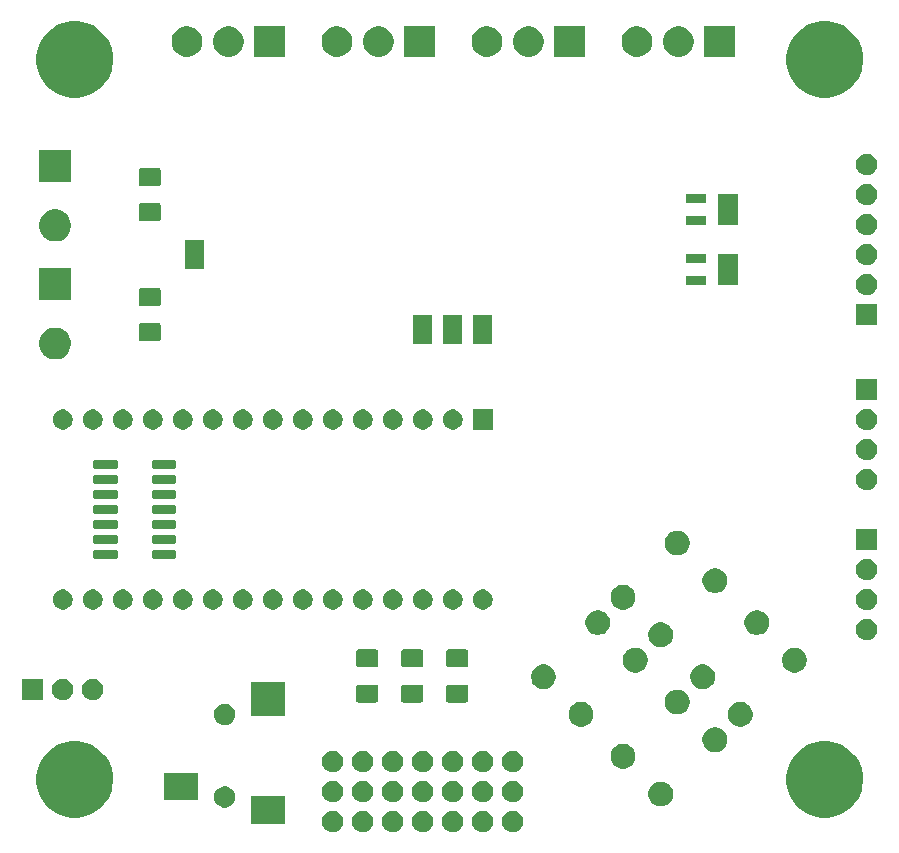
<source format=gbr>
G04 #@! TF.GenerationSoftware,KiCad,Pcbnew,(5.1.5)-2*
G04 #@! TF.CreationDate,2020-01-08T19:40:40-08:00*
G04 #@! TF.ProjectId,bifrost,62696672-6f73-4742-9e6b-696361645f70,A*
G04 #@! TF.SameCoordinates,Original*
G04 #@! TF.FileFunction,Soldermask,Top*
G04 #@! TF.FilePolarity,Negative*
%FSLAX46Y46*%
G04 Gerber Fmt 4.6, Leading zero omitted, Abs format (unit mm)*
G04 Created by KiCad (PCBNEW (5.1.5)-2) date 2020-01-08 19:40:40*
%MOMM*%
%LPD*%
G04 APERTURE LIST*
%ADD10C,0.100000*%
G04 APERTURE END LIST*
D10*
G36*
X154037512Y-122039927D02*
G01*
X154186812Y-122069624D01*
X154350784Y-122137544D01*
X154498354Y-122236147D01*
X154623853Y-122361646D01*
X154722456Y-122509216D01*
X154790376Y-122673188D01*
X154825000Y-122847259D01*
X154825000Y-123024741D01*
X154790376Y-123198812D01*
X154722456Y-123362784D01*
X154623853Y-123510354D01*
X154498354Y-123635853D01*
X154350784Y-123734456D01*
X154186812Y-123802376D01*
X154037512Y-123832073D01*
X154012742Y-123837000D01*
X153835258Y-123837000D01*
X153810488Y-123832073D01*
X153661188Y-123802376D01*
X153497216Y-123734456D01*
X153349646Y-123635853D01*
X153224147Y-123510354D01*
X153125544Y-123362784D01*
X153057624Y-123198812D01*
X153023000Y-123024741D01*
X153023000Y-122847259D01*
X153057624Y-122673188D01*
X153125544Y-122509216D01*
X153224147Y-122361646D01*
X153349646Y-122236147D01*
X153497216Y-122137544D01*
X153661188Y-122069624D01*
X153810488Y-122039927D01*
X153835258Y-122035000D01*
X154012742Y-122035000D01*
X154037512Y-122039927D01*
G37*
G36*
X166737512Y-122039927D02*
G01*
X166886812Y-122069624D01*
X167050784Y-122137544D01*
X167198354Y-122236147D01*
X167323853Y-122361646D01*
X167422456Y-122509216D01*
X167490376Y-122673188D01*
X167525000Y-122847259D01*
X167525000Y-123024741D01*
X167490376Y-123198812D01*
X167422456Y-123362784D01*
X167323853Y-123510354D01*
X167198354Y-123635853D01*
X167050784Y-123734456D01*
X166886812Y-123802376D01*
X166737512Y-123832073D01*
X166712742Y-123837000D01*
X166535258Y-123837000D01*
X166510488Y-123832073D01*
X166361188Y-123802376D01*
X166197216Y-123734456D01*
X166049646Y-123635853D01*
X165924147Y-123510354D01*
X165825544Y-123362784D01*
X165757624Y-123198812D01*
X165723000Y-123024741D01*
X165723000Y-122847259D01*
X165757624Y-122673188D01*
X165825544Y-122509216D01*
X165924147Y-122361646D01*
X166049646Y-122236147D01*
X166197216Y-122137544D01*
X166361188Y-122069624D01*
X166510488Y-122039927D01*
X166535258Y-122035000D01*
X166712742Y-122035000D01*
X166737512Y-122039927D01*
G37*
G36*
X164197512Y-122039927D02*
G01*
X164346812Y-122069624D01*
X164510784Y-122137544D01*
X164658354Y-122236147D01*
X164783853Y-122361646D01*
X164882456Y-122509216D01*
X164950376Y-122673188D01*
X164985000Y-122847259D01*
X164985000Y-123024741D01*
X164950376Y-123198812D01*
X164882456Y-123362784D01*
X164783853Y-123510354D01*
X164658354Y-123635853D01*
X164510784Y-123734456D01*
X164346812Y-123802376D01*
X164197512Y-123832073D01*
X164172742Y-123837000D01*
X163995258Y-123837000D01*
X163970488Y-123832073D01*
X163821188Y-123802376D01*
X163657216Y-123734456D01*
X163509646Y-123635853D01*
X163384147Y-123510354D01*
X163285544Y-123362784D01*
X163217624Y-123198812D01*
X163183000Y-123024741D01*
X163183000Y-122847259D01*
X163217624Y-122673188D01*
X163285544Y-122509216D01*
X163384147Y-122361646D01*
X163509646Y-122236147D01*
X163657216Y-122137544D01*
X163821188Y-122069624D01*
X163970488Y-122039927D01*
X163995258Y-122035000D01*
X164172742Y-122035000D01*
X164197512Y-122039927D01*
G37*
G36*
X169277512Y-122039927D02*
G01*
X169426812Y-122069624D01*
X169590784Y-122137544D01*
X169738354Y-122236147D01*
X169863853Y-122361646D01*
X169962456Y-122509216D01*
X170030376Y-122673188D01*
X170065000Y-122847259D01*
X170065000Y-123024741D01*
X170030376Y-123198812D01*
X169962456Y-123362784D01*
X169863853Y-123510354D01*
X169738354Y-123635853D01*
X169590784Y-123734456D01*
X169426812Y-123802376D01*
X169277512Y-123832073D01*
X169252742Y-123837000D01*
X169075258Y-123837000D01*
X169050488Y-123832073D01*
X168901188Y-123802376D01*
X168737216Y-123734456D01*
X168589646Y-123635853D01*
X168464147Y-123510354D01*
X168365544Y-123362784D01*
X168297624Y-123198812D01*
X168263000Y-123024741D01*
X168263000Y-122847259D01*
X168297624Y-122673188D01*
X168365544Y-122509216D01*
X168464147Y-122361646D01*
X168589646Y-122236147D01*
X168737216Y-122137544D01*
X168901188Y-122069624D01*
X169050488Y-122039927D01*
X169075258Y-122035000D01*
X169252742Y-122035000D01*
X169277512Y-122039927D01*
G37*
G36*
X159117512Y-122039927D02*
G01*
X159266812Y-122069624D01*
X159430784Y-122137544D01*
X159578354Y-122236147D01*
X159703853Y-122361646D01*
X159802456Y-122509216D01*
X159870376Y-122673188D01*
X159905000Y-122847259D01*
X159905000Y-123024741D01*
X159870376Y-123198812D01*
X159802456Y-123362784D01*
X159703853Y-123510354D01*
X159578354Y-123635853D01*
X159430784Y-123734456D01*
X159266812Y-123802376D01*
X159117512Y-123832073D01*
X159092742Y-123837000D01*
X158915258Y-123837000D01*
X158890488Y-123832073D01*
X158741188Y-123802376D01*
X158577216Y-123734456D01*
X158429646Y-123635853D01*
X158304147Y-123510354D01*
X158205544Y-123362784D01*
X158137624Y-123198812D01*
X158103000Y-123024741D01*
X158103000Y-122847259D01*
X158137624Y-122673188D01*
X158205544Y-122509216D01*
X158304147Y-122361646D01*
X158429646Y-122236147D01*
X158577216Y-122137544D01*
X158741188Y-122069624D01*
X158890488Y-122039927D01*
X158915258Y-122035000D01*
X159092742Y-122035000D01*
X159117512Y-122039927D01*
G37*
G36*
X156577512Y-122039927D02*
G01*
X156726812Y-122069624D01*
X156890784Y-122137544D01*
X157038354Y-122236147D01*
X157163853Y-122361646D01*
X157262456Y-122509216D01*
X157330376Y-122673188D01*
X157365000Y-122847259D01*
X157365000Y-123024741D01*
X157330376Y-123198812D01*
X157262456Y-123362784D01*
X157163853Y-123510354D01*
X157038354Y-123635853D01*
X156890784Y-123734456D01*
X156726812Y-123802376D01*
X156577512Y-123832073D01*
X156552742Y-123837000D01*
X156375258Y-123837000D01*
X156350488Y-123832073D01*
X156201188Y-123802376D01*
X156037216Y-123734456D01*
X155889646Y-123635853D01*
X155764147Y-123510354D01*
X155665544Y-123362784D01*
X155597624Y-123198812D01*
X155563000Y-123024741D01*
X155563000Y-122847259D01*
X155597624Y-122673188D01*
X155665544Y-122509216D01*
X155764147Y-122361646D01*
X155889646Y-122236147D01*
X156037216Y-122137544D01*
X156201188Y-122069624D01*
X156350488Y-122039927D01*
X156375258Y-122035000D01*
X156552742Y-122035000D01*
X156577512Y-122039927D01*
G37*
G36*
X161657512Y-122039927D02*
G01*
X161806812Y-122069624D01*
X161970784Y-122137544D01*
X162118354Y-122236147D01*
X162243853Y-122361646D01*
X162342456Y-122509216D01*
X162410376Y-122673188D01*
X162445000Y-122847259D01*
X162445000Y-123024741D01*
X162410376Y-123198812D01*
X162342456Y-123362784D01*
X162243853Y-123510354D01*
X162118354Y-123635853D01*
X161970784Y-123734456D01*
X161806812Y-123802376D01*
X161657512Y-123832073D01*
X161632742Y-123837000D01*
X161455258Y-123837000D01*
X161430488Y-123832073D01*
X161281188Y-123802376D01*
X161117216Y-123734456D01*
X160969646Y-123635853D01*
X160844147Y-123510354D01*
X160745544Y-123362784D01*
X160677624Y-123198812D01*
X160643000Y-123024741D01*
X160643000Y-122847259D01*
X160677624Y-122673188D01*
X160745544Y-122509216D01*
X160844147Y-122361646D01*
X160969646Y-122236147D01*
X161117216Y-122137544D01*
X161281188Y-122069624D01*
X161430488Y-122039927D01*
X161455258Y-122035000D01*
X161632742Y-122035000D01*
X161657512Y-122039927D01*
G37*
G36*
X149931000Y-123115000D02*
G01*
X147029000Y-123115000D01*
X147029000Y-120813000D01*
X149931000Y-120813000D01*
X149931000Y-123115000D01*
G37*
G36*
X132714239Y-116191467D02*
G01*
X133028282Y-116253934D01*
X133619926Y-116499001D01*
X133890025Y-116679476D01*
X134152391Y-116854783D01*
X134605217Y-117307609D01*
X134613632Y-117320203D01*
X134960999Y-117840074D01*
X135205501Y-118430354D01*
X135206066Y-118431719D01*
X135331000Y-119059803D01*
X135331000Y-119700197D01*
X135284150Y-119935725D01*
X135206066Y-120328282D01*
X134960999Y-120919926D01*
X134605216Y-121452392D01*
X134152392Y-121905216D01*
X133619926Y-122260999D01*
X133028282Y-122506066D01*
X132714239Y-122568533D01*
X132400197Y-122631000D01*
X131759803Y-122631000D01*
X131445761Y-122568533D01*
X131131718Y-122506066D01*
X130540074Y-122260999D01*
X130007608Y-121905216D01*
X129554784Y-121452392D01*
X129199001Y-120919926D01*
X128953934Y-120328282D01*
X128875850Y-119935725D01*
X128829000Y-119700197D01*
X128829000Y-119059803D01*
X128953934Y-118431719D01*
X128954499Y-118430354D01*
X129199001Y-117840074D01*
X129546368Y-117320203D01*
X129554783Y-117307609D01*
X130007609Y-116854783D01*
X130269975Y-116679476D01*
X130540074Y-116499001D01*
X131131718Y-116253934D01*
X131445761Y-116191467D01*
X131759803Y-116129000D01*
X132400197Y-116129000D01*
X132714239Y-116191467D01*
G37*
G36*
X196214239Y-116191467D02*
G01*
X196528282Y-116253934D01*
X197119926Y-116499001D01*
X197390025Y-116679476D01*
X197652391Y-116854783D01*
X198105217Y-117307609D01*
X198113632Y-117320203D01*
X198460999Y-117840074D01*
X198705501Y-118430354D01*
X198706066Y-118431719D01*
X198831000Y-119059803D01*
X198831000Y-119700197D01*
X198784150Y-119935725D01*
X198706066Y-120328282D01*
X198460999Y-120919926D01*
X198105216Y-121452392D01*
X197652392Y-121905216D01*
X197119926Y-122260999D01*
X196528282Y-122506066D01*
X196214239Y-122568533D01*
X195900197Y-122631000D01*
X195259803Y-122631000D01*
X194945761Y-122568533D01*
X194631718Y-122506066D01*
X194040074Y-122260999D01*
X193507608Y-121905216D01*
X193054784Y-121452392D01*
X192699001Y-120919926D01*
X192453934Y-120328282D01*
X192375850Y-119935725D01*
X192329000Y-119700197D01*
X192329000Y-119059803D01*
X192453934Y-118431719D01*
X192454499Y-118430354D01*
X192699001Y-117840074D01*
X193046368Y-117320203D01*
X193054783Y-117307609D01*
X193507609Y-116854783D01*
X193769975Y-116679476D01*
X194040074Y-116499001D01*
X194631718Y-116253934D01*
X194945761Y-116191467D01*
X195259803Y-116129000D01*
X195900197Y-116129000D01*
X196214239Y-116191467D01*
G37*
G36*
X144893512Y-119967927D02*
G01*
X145042812Y-119997624D01*
X145206784Y-120065544D01*
X145354354Y-120164147D01*
X145479853Y-120289646D01*
X145578456Y-120437216D01*
X145646376Y-120601188D01*
X145681000Y-120775259D01*
X145681000Y-120952741D01*
X145646376Y-121126812D01*
X145578456Y-121290784D01*
X145479853Y-121438354D01*
X145354354Y-121563853D01*
X145206784Y-121662456D01*
X145042812Y-121730376D01*
X144893512Y-121760073D01*
X144868742Y-121765000D01*
X144691258Y-121765000D01*
X144666488Y-121760073D01*
X144517188Y-121730376D01*
X144353216Y-121662456D01*
X144205646Y-121563853D01*
X144080147Y-121438354D01*
X143981544Y-121290784D01*
X143913624Y-121126812D01*
X143879000Y-120952741D01*
X143879000Y-120775259D01*
X143913624Y-120601188D01*
X143981544Y-120437216D01*
X144080147Y-120289646D01*
X144205646Y-120164147D01*
X144353216Y-120065544D01*
X144517188Y-119997624D01*
X144666488Y-119967927D01*
X144691258Y-119963000D01*
X144868742Y-119963000D01*
X144893512Y-119967927D01*
G37*
G36*
X181998147Y-119595087D02*
G01*
X182172958Y-119667496D01*
X182189418Y-119674314D01*
X182361556Y-119789333D01*
X182507948Y-119935725D01*
X182549308Y-119997624D01*
X182622968Y-120107865D01*
X182702194Y-120299134D01*
X182742583Y-120502182D01*
X182742583Y-120709214D01*
X182702194Y-120912262D01*
X182626149Y-121095852D01*
X182622967Y-121103533D01*
X182507948Y-121275671D01*
X182361556Y-121422063D01*
X182189418Y-121537082D01*
X182189417Y-121537083D01*
X182189416Y-121537083D01*
X181998147Y-121616309D01*
X181795099Y-121656698D01*
X181588067Y-121656698D01*
X181385019Y-121616309D01*
X181193750Y-121537083D01*
X181193749Y-121537083D01*
X181193748Y-121537082D01*
X181021610Y-121422063D01*
X180875218Y-121275671D01*
X180760199Y-121103533D01*
X180757017Y-121095852D01*
X180680972Y-120912262D01*
X180640583Y-120709214D01*
X180640583Y-120502182D01*
X180680972Y-120299134D01*
X180760198Y-120107865D01*
X180833859Y-119997624D01*
X180875218Y-119935725D01*
X181021610Y-119789333D01*
X181193748Y-119674314D01*
X181210208Y-119667496D01*
X181385019Y-119595087D01*
X181588067Y-119554698D01*
X181795099Y-119554698D01*
X181998147Y-119595087D01*
G37*
G36*
X169277512Y-119499927D02*
G01*
X169426812Y-119529624D01*
X169590784Y-119597544D01*
X169738354Y-119696147D01*
X169863853Y-119821646D01*
X169962456Y-119969216D01*
X170030376Y-120133188D01*
X170060073Y-120282488D01*
X170065000Y-120307258D01*
X170065000Y-120484742D01*
X170060073Y-120509512D01*
X170030376Y-120658812D01*
X169962456Y-120822784D01*
X169863853Y-120970354D01*
X169738354Y-121095853D01*
X169590784Y-121194456D01*
X169426812Y-121262376D01*
X169277512Y-121292073D01*
X169252742Y-121297000D01*
X169075258Y-121297000D01*
X169050488Y-121292073D01*
X168901188Y-121262376D01*
X168737216Y-121194456D01*
X168589646Y-121095853D01*
X168464147Y-120970354D01*
X168365544Y-120822784D01*
X168297624Y-120658812D01*
X168267927Y-120509512D01*
X168263000Y-120484742D01*
X168263000Y-120307258D01*
X168267927Y-120282488D01*
X168297624Y-120133188D01*
X168365544Y-119969216D01*
X168464147Y-119821646D01*
X168589646Y-119696147D01*
X168737216Y-119597544D01*
X168901188Y-119529624D01*
X169050488Y-119499927D01*
X169075258Y-119495000D01*
X169252742Y-119495000D01*
X169277512Y-119499927D01*
G37*
G36*
X164197512Y-119499927D02*
G01*
X164346812Y-119529624D01*
X164510784Y-119597544D01*
X164658354Y-119696147D01*
X164783853Y-119821646D01*
X164882456Y-119969216D01*
X164950376Y-120133188D01*
X164980073Y-120282488D01*
X164985000Y-120307258D01*
X164985000Y-120484742D01*
X164980073Y-120509512D01*
X164950376Y-120658812D01*
X164882456Y-120822784D01*
X164783853Y-120970354D01*
X164658354Y-121095853D01*
X164510784Y-121194456D01*
X164346812Y-121262376D01*
X164197512Y-121292073D01*
X164172742Y-121297000D01*
X163995258Y-121297000D01*
X163970488Y-121292073D01*
X163821188Y-121262376D01*
X163657216Y-121194456D01*
X163509646Y-121095853D01*
X163384147Y-120970354D01*
X163285544Y-120822784D01*
X163217624Y-120658812D01*
X163187927Y-120509512D01*
X163183000Y-120484742D01*
X163183000Y-120307258D01*
X163187927Y-120282488D01*
X163217624Y-120133188D01*
X163285544Y-119969216D01*
X163384147Y-119821646D01*
X163509646Y-119696147D01*
X163657216Y-119597544D01*
X163821188Y-119529624D01*
X163970488Y-119499927D01*
X163995258Y-119495000D01*
X164172742Y-119495000D01*
X164197512Y-119499927D01*
G37*
G36*
X156577512Y-119499927D02*
G01*
X156726812Y-119529624D01*
X156890784Y-119597544D01*
X157038354Y-119696147D01*
X157163853Y-119821646D01*
X157262456Y-119969216D01*
X157330376Y-120133188D01*
X157360073Y-120282488D01*
X157365000Y-120307258D01*
X157365000Y-120484742D01*
X157360073Y-120509512D01*
X157330376Y-120658812D01*
X157262456Y-120822784D01*
X157163853Y-120970354D01*
X157038354Y-121095853D01*
X156890784Y-121194456D01*
X156726812Y-121262376D01*
X156577512Y-121292073D01*
X156552742Y-121297000D01*
X156375258Y-121297000D01*
X156350488Y-121292073D01*
X156201188Y-121262376D01*
X156037216Y-121194456D01*
X155889646Y-121095853D01*
X155764147Y-120970354D01*
X155665544Y-120822784D01*
X155597624Y-120658812D01*
X155567927Y-120509512D01*
X155563000Y-120484742D01*
X155563000Y-120307258D01*
X155567927Y-120282488D01*
X155597624Y-120133188D01*
X155665544Y-119969216D01*
X155764147Y-119821646D01*
X155889646Y-119696147D01*
X156037216Y-119597544D01*
X156201188Y-119529624D01*
X156350488Y-119499927D01*
X156375258Y-119495000D01*
X156552742Y-119495000D01*
X156577512Y-119499927D01*
G37*
G36*
X154037512Y-119499927D02*
G01*
X154186812Y-119529624D01*
X154350784Y-119597544D01*
X154498354Y-119696147D01*
X154623853Y-119821646D01*
X154722456Y-119969216D01*
X154790376Y-120133188D01*
X154820073Y-120282488D01*
X154825000Y-120307258D01*
X154825000Y-120484742D01*
X154820073Y-120509512D01*
X154790376Y-120658812D01*
X154722456Y-120822784D01*
X154623853Y-120970354D01*
X154498354Y-121095853D01*
X154350784Y-121194456D01*
X154186812Y-121262376D01*
X154037512Y-121292073D01*
X154012742Y-121297000D01*
X153835258Y-121297000D01*
X153810488Y-121292073D01*
X153661188Y-121262376D01*
X153497216Y-121194456D01*
X153349646Y-121095853D01*
X153224147Y-120970354D01*
X153125544Y-120822784D01*
X153057624Y-120658812D01*
X153027927Y-120509512D01*
X153023000Y-120484742D01*
X153023000Y-120307258D01*
X153027927Y-120282488D01*
X153057624Y-120133188D01*
X153125544Y-119969216D01*
X153224147Y-119821646D01*
X153349646Y-119696147D01*
X153497216Y-119597544D01*
X153661188Y-119529624D01*
X153810488Y-119499927D01*
X153835258Y-119495000D01*
X154012742Y-119495000D01*
X154037512Y-119499927D01*
G37*
G36*
X166737512Y-119499927D02*
G01*
X166886812Y-119529624D01*
X167050784Y-119597544D01*
X167198354Y-119696147D01*
X167323853Y-119821646D01*
X167422456Y-119969216D01*
X167490376Y-120133188D01*
X167520073Y-120282488D01*
X167525000Y-120307258D01*
X167525000Y-120484742D01*
X167520073Y-120509512D01*
X167490376Y-120658812D01*
X167422456Y-120822784D01*
X167323853Y-120970354D01*
X167198354Y-121095853D01*
X167050784Y-121194456D01*
X166886812Y-121262376D01*
X166737512Y-121292073D01*
X166712742Y-121297000D01*
X166535258Y-121297000D01*
X166510488Y-121292073D01*
X166361188Y-121262376D01*
X166197216Y-121194456D01*
X166049646Y-121095853D01*
X165924147Y-120970354D01*
X165825544Y-120822784D01*
X165757624Y-120658812D01*
X165727927Y-120509512D01*
X165723000Y-120484742D01*
X165723000Y-120307258D01*
X165727927Y-120282488D01*
X165757624Y-120133188D01*
X165825544Y-119969216D01*
X165924147Y-119821646D01*
X166049646Y-119696147D01*
X166197216Y-119597544D01*
X166361188Y-119529624D01*
X166510488Y-119499927D01*
X166535258Y-119495000D01*
X166712742Y-119495000D01*
X166737512Y-119499927D01*
G37*
G36*
X161657512Y-119499927D02*
G01*
X161806812Y-119529624D01*
X161970784Y-119597544D01*
X162118354Y-119696147D01*
X162243853Y-119821646D01*
X162342456Y-119969216D01*
X162410376Y-120133188D01*
X162440073Y-120282488D01*
X162445000Y-120307258D01*
X162445000Y-120484742D01*
X162440073Y-120509512D01*
X162410376Y-120658812D01*
X162342456Y-120822784D01*
X162243853Y-120970354D01*
X162118354Y-121095853D01*
X161970784Y-121194456D01*
X161806812Y-121262376D01*
X161657512Y-121292073D01*
X161632742Y-121297000D01*
X161455258Y-121297000D01*
X161430488Y-121292073D01*
X161281188Y-121262376D01*
X161117216Y-121194456D01*
X160969646Y-121095853D01*
X160844147Y-120970354D01*
X160745544Y-120822784D01*
X160677624Y-120658812D01*
X160647927Y-120509512D01*
X160643000Y-120484742D01*
X160643000Y-120307258D01*
X160647927Y-120282488D01*
X160677624Y-120133188D01*
X160745544Y-119969216D01*
X160844147Y-119821646D01*
X160969646Y-119696147D01*
X161117216Y-119597544D01*
X161281188Y-119529624D01*
X161430488Y-119499927D01*
X161455258Y-119495000D01*
X161632742Y-119495000D01*
X161657512Y-119499927D01*
G37*
G36*
X159117512Y-119499927D02*
G01*
X159266812Y-119529624D01*
X159430784Y-119597544D01*
X159578354Y-119696147D01*
X159703853Y-119821646D01*
X159802456Y-119969216D01*
X159870376Y-120133188D01*
X159900073Y-120282488D01*
X159905000Y-120307258D01*
X159905000Y-120484742D01*
X159900073Y-120509512D01*
X159870376Y-120658812D01*
X159802456Y-120822784D01*
X159703853Y-120970354D01*
X159578354Y-121095853D01*
X159430784Y-121194456D01*
X159266812Y-121262376D01*
X159117512Y-121292073D01*
X159092742Y-121297000D01*
X158915258Y-121297000D01*
X158890488Y-121292073D01*
X158741188Y-121262376D01*
X158577216Y-121194456D01*
X158429646Y-121095853D01*
X158304147Y-120970354D01*
X158205544Y-120822784D01*
X158137624Y-120658812D01*
X158107927Y-120509512D01*
X158103000Y-120484742D01*
X158103000Y-120307258D01*
X158107927Y-120282488D01*
X158137624Y-120133188D01*
X158205544Y-119969216D01*
X158304147Y-119821646D01*
X158429646Y-119696147D01*
X158577216Y-119597544D01*
X158741188Y-119529624D01*
X158890488Y-119499927D01*
X158915258Y-119495000D01*
X159092742Y-119495000D01*
X159117512Y-119499927D01*
G37*
G36*
X142531000Y-121115000D02*
G01*
X139629000Y-121115000D01*
X139629000Y-118813000D01*
X142531000Y-118813000D01*
X142531000Y-121115000D01*
G37*
G36*
X154037512Y-116959927D02*
G01*
X154186812Y-116989624D01*
X154350784Y-117057544D01*
X154498354Y-117156147D01*
X154623853Y-117281646D01*
X154722456Y-117429216D01*
X154790376Y-117593188D01*
X154825000Y-117767259D01*
X154825000Y-117944741D01*
X154790376Y-118118812D01*
X154722456Y-118282784D01*
X154623853Y-118430354D01*
X154498354Y-118555853D01*
X154350784Y-118654456D01*
X154186812Y-118722376D01*
X154037512Y-118752073D01*
X154012742Y-118757000D01*
X153835258Y-118757000D01*
X153810488Y-118752073D01*
X153661188Y-118722376D01*
X153497216Y-118654456D01*
X153349646Y-118555853D01*
X153224147Y-118430354D01*
X153125544Y-118282784D01*
X153057624Y-118118812D01*
X153023000Y-117944741D01*
X153023000Y-117767259D01*
X153057624Y-117593188D01*
X153125544Y-117429216D01*
X153224147Y-117281646D01*
X153349646Y-117156147D01*
X153497216Y-117057544D01*
X153661188Y-116989624D01*
X153810488Y-116959927D01*
X153835258Y-116955000D01*
X154012742Y-116955000D01*
X154037512Y-116959927D01*
G37*
G36*
X166737512Y-116959927D02*
G01*
X166886812Y-116989624D01*
X167050784Y-117057544D01*
X167198354Y-117156147D01*
X167323853Y-117281646D01*
X167422456Y-117429216D01*
X167490376Y-117593188D01*
X167525000Y-117767259D01*
X167525000Y-117944741D01*
X167490376Y-118118812D01*
X167422456Y-118282784D01*
X167323853Y-118430354D01*
X167198354Y-118555853D01*
X167050784Y-118654456D01*
X166886812Y-118722376D01*
X166737512Y-118752073D01*
X166712742Y-118757000D01*
X166535258Y-118757000D01*
X166510488Y-118752073D01*
X166361188Y-118722376D01*
X166197216Y-118654456D01*
X166049646Y-118555853D01*
X165924147Y-118430354D01*
X165825544Y-118282784D01*
X165757624Y-118118812D01*
X165723000Y-117944741D01*
X165723000Y-117767259D01*
X165757624Y-117593188D01*
X165825544Y-117429216D01*
X165924147Y-117281646D01*
X166049646Y-117156147D01*
X166197216Y-117057544D01*
X166361188Y-116989624D01*
X166510488Y-116959927D01*
X166535258Y-116955000D01*
X166712742Y-116955000D01*
X166737512Y-116959927D01*
G37*
G36*
X164197512Y-116959927D02*
G01*
X164346812Y-116989624D01*
X164510784Y-117057544D01*
X164658354Y-117156147D01*
X164783853Y-117281646D01*
X164882456Y-117429216D01*
X164950376Y-117593188D01*
X164985000Y-117767259D01*
X164985000Y-117944741D01*
X164950376Y-118118812D01*
X164882456Y-118282784D01*
X164783853Y-118430354D01*
X164658354Y-118555853D01*
X164510784Y-118654456D01*
X164346812Y-118722376D01*
X164197512Y-118752073D01*
X164172742Y-118757000D01*
X163995258Y-118757000D01*
X163970488Y-118752073D01*
X163821188Y-118722376D01*
X163657216Y-118654456D01*
X163509646Y-118555853D01*
X163384147Y-118430354D01*
X163285544Y-118282784D01*
X163217624Y-118118812D01*
X163183000Y-117944741D01*
X163183000Y-117767259D01*
X163217624Y-117593188D01*
X163285544Y-117429216D01*
X163384147Y-117281646D01*
X163509646Y-117156147D01*
X163657216Y-117057544D01*
X163821188Y-116989624D01*
X163970488Y-116959927D01*
X163995258Y-116955000D01*
X164172742Y-116955000D01*
X164197512Y-116959927D01*
G37*
G36*
X161657512Y-116959927D02*
G01*
X161806812Y-116989624D01*
X161970784Y-117057544D01*
X162118354Y-117156147D01*
X162243853Y-117281646D01*
X162342456Y-117429216D01*
X162410376Y-117593188D01*
X162445000Y-117767259D01*
X162445000Y-117944741D01*
X162410376Y-118118812D01*
X162342456Y-118282784D01*
X162243853Y-118430354D01*
X162118354Y-118555853D01*
X161970784Y-118654456D01*
X161806812Y-118722376D01*
X161657512Y-118752073D01*
X161632742Y-118757000D01*
X161455258Y-118757000D01*
X161430488Y-118752073D01*
X161281188Y-118722376D01*
X161117216Y-118654456D01*
X160969646Y-118555853D01*
X160844147Y-118430354D01*
X160745544Y-118282784D01*
X160677624Y-118118812D01*
X160643000Y-117944741D01*
X160643000Y-117767259D01*
X160677624Y-117593188D01*
X160745544Y-117429216D01*
X160844147Y-117281646D01*
X160969646Y-117156147D01*
X161117216Y-117057544D01*
X161281188Y-116989624D01*
X161430488Y-116959927D01*
X161455258Y-116955000D01*
X161632742Y-116955000D01*
X161657512Y-116959927D01*
G37*
G36*
X159117512Y-116959927D02*
G01*
X159266812Y-116989624D01*
X159430784Y-117057544D01*
X159578354Y-117156147D01*
X159703853Y-117281646D01*
X159802456Y-117429216D01*
X159870376Y-117593188D01*
X159905000Y-117767259D01*
X159905000Y-117944741D01*
X159870376Y-118118812D01*
X159802456Y-118282784D01*
X159703853Y-118430354D01*
X159578354Y-118555853D01*
X159430784Y-118654456D01*
X159266812Y-118722376D01*
X159117512Y-118752073D01*
X159092742Y-118757000D01*
X158915258Y-118757000D01*
X158890488Y-118752073D01*
X158741188Y-118722376D01*
X158577216Y-118654456D01*
X158429646Y-118555853D01*
X158304147Y-118430354D01*
X158205544Y-118282784D01*
X158137624Y-118118812D01*
X158103000Y-117944741D01*
X158103000Y-117767259D01*
X158137624Y-117593188D01*
X158205544Y-117429216D01*
X158304147Y-117281646D01*
X158429646Y-117156147D01*
X158577216Y-117057544D01*
X158741188Y-116989624D01*
X158890488Y-116959927D01*
X158915258Y-116955000D01*
X159092742Y-116955000D01*
X159117512Y-116959927D01*
G37*
G36*
X156577512Y-116959927D02*
G01*
X156726812Y-116989624D01*
X156890784Y-117057544D01*
X157038354Y-117156147D01*
X157163853Y-117281646D01*
X157262456Y-117429216D01*
X157330376Y-117593188D01*
X157365000Y-117767259D01*
X157365000Y-117944741D01*
X157330376Y-118118812D01*
X157262456Y-118282784D01*
X157163853Y-118430354D01*
X157038354Y-118555853D01*
X156890784Y-118654456D01*
X156726812Y-118722376D01*
X156577512Y-118752073D01*
X156552742Y-118757000D01*
X156375258Y-118757000D01*
X156350488Y-118752073D01*
X156201188Y-118722376D01*
X156037216Y-118654456D01*
X155889646Y-118555853D01*
X155764147Y-118430354D01*
X155665544Y-118282784D01*
X155597624Y-118118812D01*
X155563000Y-117944741D01*
X155563000Y-117767259D01*
X155597624Y-117593188D01*
X155665544Y-117429216D01*
X155764147Y-117281646D01*
X155889646Y-117156147D01*
X156037216Y-117057544D01*
X156201188Y-116989624D01*
X156350488Y-116959927D01*
X156375258Y-116955000D01*
X156552742Y-116955000D01*
X156577512Y-116959927D01*
G37*
G36*
X169277512Y-116959927D02*
G01*
X169426812Y-116989624D01*
X169590784Y-117057544D01*
X169738354Y-117156147D01*
X169863853Y-117281646D01*
X169962456Y-117429216D01*
X170030376Y-117593188D01*
X170065000Y-117767259D01*
X170065000Y-117944741D01*
X170030376Y-118118812D01*
X169962456Y-118282784D01*
X169863853Y-118430354D01*
X169738354Y-118555853D01*
X169590784Y-118654456D01*
X169426812Y-118722376D01*
X169277512Y-118752073D01*
X169252742Y-118757000D01*
X169075258Y-118757000D01*
X169050488Y-118752073D01*
X168901188Y-118722376D01*
X168737216Y-118654456D01*
X168589646Y-118555853D01*
X168464147Y-118430354D01*
X168365544Y-118282784D01*
X168297624Y-118118812D01*
X168263000Y-117944741D01*
X168263000Y-117767259D01*
X168297624Y-117593188D01*
X168365544Y-117429216D01*
X168464147Y-117281646D01*
X168589646Y-117156147D01*
X168737216Y-117057544D01*
X168901188Y-116989624D01*
X169050488Y-116959927D01*
X169075258Y-116955000D01*
X169252742Y-116955000D01*
X169277512Y-116959927D01*
G37*
G36*
X178816166Y-116413106D02*
G01*
X179007435Y-116492332D01*
X179007437Y-116492333D01*
X179062313Y-116529000D01*
X179179575Y-116607352D01*
X179325967Y-116753744D01*
X179440987Y-116925884D01*
X179520213Y-117117153D01*
X179560602Y-117320201D01*
X179560602Y-117527233D01*
X179520213Y-117730281D01*
X179451333Y-117896573D01*
X179440986Y-117921552D01*
X179325967Y-118093690D01*
X179179575Y-118240082D01*
X179007437Y-118355101D01*
X179007436Y-118355102D01*
X179007435Y-118355102D01*
X178816166Y-118434328D01*
X178613118Y-118474717D01*
X178406086Y-118474717D01*
X178203038Y-118434328D01*
X178011769Y-118355102D01*
X178011768Y-118355102D01*
X178011767Y-118355101D01*
X177839629Y-118240082D01*
X177693237Y-118093690D01*
X177578218Y-117921552D01*
X177567871Y-117896573D01*
X177498991Y-117730281D01*
X177458602Y-117527233D01*
X177458602Y-117320201D01*
X177498991Y-117117153D01*
X177578217Y-116925884D01*
X177693237Y-116753744D01*
X177839629Y-116607352D01*
X177956891Y-116529000D01*
X178011767Y-116492333D01*
X178011769Y-116492332D01*
X178203038Y-116413106D01*
X178406086Y-116372717D01*
X178613118Y-116372717D01*
X178816166Y-116413106D01*
G37*
G36*
X186594341Y-114998892D02*
G01*
X186785610Y-115078118D01*
X186785612Y-115078119D01*
X186957750Y-115193138D01*
X187104142Y-115339530D01*
X187219162Y-115511670D01*
X187298388Y-115702939D01*
X187338777Y-115905987D01*
X187338777Y-116113019D01*
X187298388Y-116316067D01*
X187225377Y-116492332D01*
X187219161Y-116507338D01*
X187104142Y-116679476D01*
X186957750Y-116825868D01*
X186785612Y-116940887D01*
X186785611Y-116940888D01*
X186785610Y-116940888D01*
X186594341Y-117020114D01*
X186391293Y-117060503D01*
X186184261Y-117060503D01*
X185981213Y-117020114D01*
X185789944Y-116940888D01*
X185789943Y-116940888D01*
X185789942Y-116940887D01*
X185617804Y-116825868D01*
X185471412Y-116679476D01*
X185356393Y-116507338D01*
X185350177Y-116492332D01*
X185277166Y-116316067D01*
X185236777Y-116113019D01*
X185236777Y-115905987D01*
X185277166Y-115702939D01*
X185356392Y-115511670D01*
X185471412Y-115339530D01*
X185617804Y-115193138D01*
X185789942Y-115078119D01*
X185789944Y-115078118D01*
X185981213Y-114998892D01*
X186184261Y-114958503D01*
X186391293Y-114958503D01*
X186594341Y-114998892D01*
G37*
G36*
X188733339Y-112859895D02*
G01*
X188905091Y-112931037D01*
X188924610Y-112939122D01*
X188960346Y-112963000D01*
X189096748Y-113054141D01*
X189243140Y-113200533D01*
X189358160Y-113372673D01*
X189437386Y-113563942D01*
X189477775Y-113766990D01*
X189477775Y-113974022D01*
X189437386Y-114177070D01*
X189390285Y-114290782D01*
X189358159Y-114368341D01*
X189243140Y-114540479D01*
X189096748Y-114686871D01*
X188924610Y-114801890D01*
X188924609Y-114801891D01*
X188924608Y-114801891D01*
X188733339Y-114881117D01*
X188530291Y-114921506D01*
X188323259Y-114921506D01*
X188120211Y-114881117D01*
X187928942Y-114801891D01*
X187928941Y-114801891D01*
X187928940Y-114801890D01*
X187756802Y-114686871D01*
X187610410Y-114540479D01*
X187495391Y-114368341D01*
X187463265Y-114290782D01*
X187416164Y-114177070D01*
X187375775Y-113974022D01*
X187375775Y-113766990D01*
X187416164Y-113563942D01*
X187495390Y-113372673D01*
X187610410Y-113200533D01*
X187756802Y-113054141D01*
X187893204Y-112963000D01*
X187928940Y-112939122D01*
X187948459Y-112931037D01*
X188120211Y-112859895D01*
X188323259Y-112819506D01*
X188530291Y-112819506D01*
X188733339Y-112859895D01*
G37*
G36*
X175262955Y-112859895D02*
G01*
X175434707Y-112931037D01*
X175454226Y-112939122D01*
X175489962Y-112963000D01*
X175626364Y-113054141D01*
X175772756Y-113200533D01*
X175887776Y-113372673D01*
X175967002Y-113563942D01*
X176007391Y-113766990D01*
X176007391Y-113974022D01*
X175967002Y-114177070D01*
X175919901Y-114290782D01*
X175887775Y-114368341D01*
X175772756Y-114540479D01*
X175626364Y-114686871D01*
X175454226Y-114801890D01*
X175454225Y-114801891D01*
X175454224Y-114801891D01*
X175262955Y-114881117D01*
X175059907Y-114921506D01*
X174852875Y-114921506D01*
X174649827Y-114881117D01*
X174458558Y-114801891D01*
X174458557Y-114801891D01*
X174458556Y-114801890D01*
X174286418Y-114686871D01*
X174140026Y-114540479D01*
X174025007Y-114368341D01*
X173992881Y-114290782D01*
X173945780Y-114177070D01*
X173905391Y-113974022D01*
X173905391Y-113766990D01*
X173945780Y-113563942D01*
X174025006Y-113372673D01*
X174140026Y-113200533D01*
X174286418Y-113054141D01*
X174422820Y-112963000D01*
X174458556Y-112939122D01*
X174478075Y-112931037D01*
X174649827Y-112859895D01*
X174852875Y-112819506D01*
X175059907Y-112819506D01*
X175262955Y-112859895D01*
G37*
G36*
X144893512Y-112967927D02*
G01*
X145042812Y-112997624D01*
X145206784Y-113065544D01*
X145354354Y-113164147D01*
X145479853Y-113289646D01*
X145578456Y-113437216D01*
X145646376Y-113601188D01*
X145676073Y-113750488D01*
X145677748Y-113758907D01*
X145681000Y-113775259D01*
X145681000Y-113952741D01*
X145646376Y-114126812D01*
X145578456Y-114290784D01*
X145479853Y-114438354D01*
X145354354Y-114563853D01*
X145206784Y-114662456D01*
X145042812Y-114730376D01*
X144893512Y-114760073D01*
X144868742Y-114765000D01*
X144691258Y-114765000D01*
X144666488Y-114760073D01*
X144517188Y-114730376D01*
X144353216Y-114662456D01*
X144205646Y-114563853D01*
X144080147Y-114438354D01*
X143981544Y-114290784D01*
X143913624Y-114126812D01*
X143879000Y-113952741D01*
X143879000Y-113775259D01*
X143882253Y-113758907D01*
X143883927Y-113750488D01*
X143913624Y-113601188D01*
X143981544Y-113437216D01*
X144080147Y-113289646D01*
X144205646Y-113164147D01*
X144353216Y-113065544D01*
X144517188Y-112997624D01*
X144666488Y-112967927D01*
X144691258Y-112963000D01*
X144868742Y-112963000D01*
X144893512Y-112967927D01*
G37*
G36*
X149931000Y-114015000D02*
G01*
X147029000Y-114015000D01*
X147029000Y-111113000D01*
X149931000Y-111113000D01*
X149931000Y-114015000D01*
G37*
G36*
X183412360Y-111816912D02*
G01*
X183603629Y-111896138D01*
X183603631Y-111896139D01*
X183775769Y-112011158D01*
X183922161Y-112157550D01*
X183941695Y-112186784D01*
X184037181Y-112329690D01*
X184116407Y-112520959D01*
X184156796Y-112724007D01*
X184156796Y-112931039D01*
X184116407Y-113134087D01*
X184051972Y-113289647D01*
X184037180Y-113325358D01*
X183922161Y-113497496D01*
X183775769Y-113643888D01*
X183603631Y-113758907D01*
X183603630Y-113758908D01*
X183603629Y-113758908D01*
X183412360Y-113838134D01*
X183209312Y-113878523D01*
X183002280Y-113878523D01*
X182799232Y-113838134D01*
X182607963Y-113758908D01*
X182607962Y-113758908D01*
X182607961Y-113758907D01*
X182435823Y-113643888D01*
X182289431Y-113497496D01*
X182174412Y-113325358D01*
X182159620Y-113289647D01*
X182095185Y-113134087D01*
X182054796Y-112931039D01*
X182054796Y-112724007D01*
X182095185Y-112520959D01*
X182174411Y-112329690D01*
X182269898Y-112186784D01*
X182289431Y-112157550D01*
X182435823Y-112011158D01*
X182607961Y-111896139D01*
X182607963Y-111896138D01*
X182799232Y-111816912D01*
X183002280Y-111776523D01*
X183209312Y-111776523D01*
X183412360Y-111816912D01*
G37*
G36*
X161430562Y-111345181D02*
G01*
X161465481Y-111355774D01*
X161497663Y-111372976D01*
X161525873Y-111396127D01*
X161549024Y-111424337D01*
X161566226Y-111456519D01*
X161576819Y-111491438D01*
X161581000Y-111533895D01*
X161581000Y-112675105D01*
X161576819Y-112717562D01*
X161566226Y-112752481D01*
X161549024Y-112784663D01*
X161525873Y-112812873D01*
X161497663Y-112836024D01*
X161465481Y-112853226D01*
X161430562Y-112863819D01*
X161388105Y-112868000D01*
X159921895Y-112868000D01*
X159879438Y-112863819D01*
X159844519Y-112853226D01*
X159812337Y-112836024D01*
X159784127Y-112812873D01*
X159760976Y-112784663D01*
X159743774Y-112752481D01*
X159733181Y-112717562D01*
X159729000Y-112675105D01*
X159729000Y-111533895D01*
X159733181Y-111491438D01*
X159743774Y-111456519D01*
X159760976Y-111424337D01*
X159784127Y-111396127D01*
X159812337Y-111372976D01*
X159844519Y-111355774D01*
X159879438Y-111345181D01*
X159921895Y-111341000D01*
X161388105Y-111341000D01*
X161430562Y-111345181D01*
G37*
G36*
X157620562Y-111345181D02*
G01*
X157655481Y-111355774D01*
X157687663Y-111372976D01*
X157715873Y-111396127D01*
X157739024Y-111424337D01*
X157756226Y-111456519D01*
X157766819Y-111491438D01*
X157771000Y-111533895D01*
X157771000Y-112675105D01*
X157766819Y-112717562D01*
X157756226Y-112752481D01*
X157739024Y-112784663D01*
X157715873Y-112812873D01*
X157687663Y-112836024D01*
X157655481Y-112853226D01*
X157620562Y-112863819D01*
X157578105Y-112868000D01*
X156111895Y-112868000D01*
X156069438Y-112863819D01*
X156034519Y-112853226D01*
X156002337Y-112836024D01*
X155974127Y-112812873D01*
X155950976Y-112784663D01*
X155933774Y-112752481D01*
X155923181Y-112717562D01*
X155919000Y-112675105D01*
X155919000Y-111533895D01*
X155923181Y-111491438D01*
X155933774Y-111456519D01*
X155950976Y-111424337D01*
X155974127Y-111396127D01*
X156002337Y-111372976D01*
X156034519Y-111355774D01*
X156069438Y-111345181D01*
X156111895Y-111341000D01*
X157578105Y-111341000D01*
X157620562Y-111345181D01*
G37*
G36*
X165240562Y-111345181D02*
G01*
X165275481Y-111355774D01*
X165307663Y-111372976D01*
X165335873Y-111396127D01*
X165359024Y-111424337D01*
X165376226Y-111456519D01*
X165386819Y-111491438D01*
X165391000Y-111533895D01*
X165391000Y-112675105D01*
X165386819Y-112717562D01*
X165376226Y-112752481D01*
X165359024Y-112784663D01*
X165335873Y-112812873D01*
X165307663Y-112836024D01*
X165275481Y-112853226D01*
X165240562Y-112863819D01*
X165198105Y-112868000D01*
X163731895Y-112868000D01*
X163689438Y-112863819D01*
X163654519Y-112853226D01*
X163622337Y-112836024D01*
X163594127Y-112812873D01*
X163570976Y-112784663D01*
X163553774Y-112752481D01*
X163543181Y-112717562D01*
X163539000Y-112675105D01*
X163539000Y-111533895D01*
X163543181Y-111491438D01*
X163553774Y-111456519D01*
X163570976Y-111424337D01*
X163594127Y-111396127D01*
X163622337Y-111372976D01*
X163654519Y-111355774D01*
X163689438Y-111345181D01*
X163731895Y-111341000D01*
X165198105Y-111341000D01*
X165240562Y-111345181D01*
G37*
G36*
X131177512Y-110863927D02*
G01*
X131326812Y-110893624D01*
X131490784Y-110961544D01*
X131638354Y-111060147D01*
X131763853Y-111185646D01*
X131862456Y-111333216D01*
X131930376Y-111497188D01*
X131965000Y-111671259D01*
X131965000Y-111848741D01*
X131930376Y-112022812D01*
X131862456Y-112186784D01*
X131763853Y-112334354D01*
X131638354Y-112459853D01*
X131490784Y-112558456D01*
X131326812Y-112626376D01*
X131177512Y-112656073D01*
X131152742Y-112661000D01*
X130975258Y-112661000D01*
X130950488Y-112656073D01*
X130801188Y-112626376D01*
X130637216Y-112558456D01*
X130489646Y-112459853D01*
X130364147Y-112334354D01*
X130265544Y-112186784D01*
X130197624Y-112022812D01*
X130163000Y-111848741D01*
X130163000Y-111671259D01*
X130197624Y-111497188D01*
X130265544Y-111333216D01*
X130364147Y-111185646D01*
X130489646Y-111060147D01*
X130637216Y-110961544D01*
X130801188Y-110893624D01*
X130950488Y-110863927D01*
X130975258Y-110859000D01*
X131152742Y-110859000D01*
X131177512Y-110863927D01*
G37*
G36*
X133717512Y-110863927D02*
G01*
X133866812Y-110893624D01*
X134030784Y-110961544D01*
X134178354Y-111060147D01*
X134303853Y-111185646D01*
X134402456Y-111333216D01*
X134470376Y-111497188D01*
X134505000Y-111671259D01*
X134505000Y-111848741D01*
X134470376Y-112022812D01*
X134402456Y-112186784D01*
X134303853Y-112334354D01*
X134178354Y-112459853D01*
X134030784Y-112558456D01*
X133866812Y-112626376D01*
X133717512Y-112656073D01*
X133692742Y-112661000D01*
X133515258Y-112661000D01*
X133490488Y-112656073D01*
X133341188Y-112626376D01*
X133177216Y-112558456D01*
X133029646Y-112459853D01*
X132904147Y-112334354D01*
X132805544Y-112186784D01*
X132737624Y-112022812D01*
X132703000Y-111848741D01*
X132703000Y-111671259D01*
X132737624Y-111497188D01*
X132805544Y-111333216D01*
X132904147Y-111185646D01*
X133029646Y-111060147D01*
X133177216Y-110961544D01*
X133341188Y-110893624D01*
X133490488Y-110863927D01*
X133515258Y-110859000D01*
X133692742Y-110859000D01*
X133717512Y-110863927D01*
G37*
G36*
X129425000Y-112661000D02*
G01*
X127623000Y-112661000D01*
X127623000Y-110859000D01*
X129425000Y-110859000D01*
X129425000Y-112661000D01*
G37*
G36*
X172080974Y-109677914D02*
G01*
X172237048Y-109742562D01*
X172272245Y-109757141D01*
X172427717Y-109861024D01*
X172444383Y-109872160D01*
X172590775Y-110018552D01*
X172705795Y-110190692D01*
X172785021Y-110381961D01*
X172825410Y-110585009D01*
X172825410Y-110792041D01*
X172785021Y-110995089D01*
X172705795Y-111186358D01*
X172705794Y-111186360D01*
X172590775Y-111358498D01*
X172444383Y-111504890D01*
X172272245Y-111619909D01*
X172272244Y-111619910D01*
X172272243Y-111619910D01*
X172080974Y-111699136D01*
X171877926Y-111739525D01*
X171670894Y-111739525D01*
X171467846Y-111699136D01*
X171276577Y-111619910D01*
X171276576Y-111619910D01*
X171276575Y-111619909D01*
X171104437Y-111504890D01*
X170958045Y-111358498D01*
X170843026Y-111186360D01*
X170843025Y-111186358D01*
X170763799Y-110995089D01*
X170723410Y-110792041D01*
X170723410Y-110585009D01*
X170763799Y-110381961D01*
X170843025Y-110190692D01*
X170958045Y-110018552D01*
X171104437Y-109872160D01*
X171121103Y-109861024D01*
X171276575Y-109757141D01*
X171311772Y-109742562D01*
X171467846Y-109677914D01*
X171670894Y-109637525D01*
X171877926Y-109637525D01*
X172080974Y-109677914D01*
G37*
G36*
X185551358Y-109677914D02*
G01*
X185707432Y-109742562D01*
X185742629Y-109757141D01*
X185898101Y-109861024D01*
X185914767Y-109872160D01*
X186061159Y-110018552D01*
X186176179Y-110190692D01*
X186255405Y-110381961D01*
X186295794Y-110585009D01*
X186295794Y-110792041D01*
X186255405Y-110995089D01*
X186176179Y-111186358D01*
X186176178Y-111186360D01*
X186061159Y-111358498D01*
X185914767Y-111504890D01*
X185742629Y-111619909D01*
X185742628Y-111619910D01*
X185742627Y-111619910D01*
X185551358Y-111699136D01*
X185348310Y-111739525D01*
X185141278Y-111739525D01*
X184938230Y-111699136D01*
X184746961Y-111619910D01*
X184746960Y-111619910D01*
X184746959Y-111619909D01*
X184574821Y-111504890D01*
X184428429Y-111358498D01*
X184313410Y-111186360D01*
X184313409Y-111186358D01*
X184234183Y-110995089D01*
X184193794Y-110792041D01*
X184193794Y-110585009D01*
X184234183Y-110381961D01*
X184313409Y-110190692D01*
X184428429Y-110018552D01*
X184574821Y-109872160D01*
X184591487Y-109861024D01*
X184746959Y-109757141D01*
X184782156Y-109742562D01*
X184938230Y-109677914D01*
X185141278Y-109637525D01*
X185348310Y-109637525D01*
X185551358Y-109677914D01*
G37*
G36*
X179859149Y-108263700D02*
G01*
X180050418Y-108342926D01*
X180050420Y-108342927D01*
X180202382Y-108444465D01*
X180222558Y-108457946D01*
X180368950Y-108604338D01*
X180483970Y-108776478D01*
X180563196Y-108967747D01*
X180603585Y-109170795D01*
X180603585Y-109377827D01*
X180563196Y-109580875D01*
X180496223Y-109742562D01*
X180483969Y-109772146D01*
X180368950Y-109944284D01*
X180222558Y-110090676D01*
X180050420Y-110205695D01*
X180050419Y-110205696D01*
X180050418Y-110205696D01*
X179859149Y-110284922D01*
X179656101Y-110325311D01*
X179449069Y-110325311D01*
X179246021Y-110284922D01*
X179054752Y-110205696D01*
X179054751Y-110205696D01*
X179054750Y-110205695D01*
X178882612Y-110090676D01*
X178736220Y-109944284D01*
X178621201Y-109772146D01*
X178608947Y-109742562D01*
X178541974Y-109580875D01*
X178501585Y-109377827D01*
X178501585Y-109170795D01*
X178541974Y-108967747D01*
X178621200Y-108776478D01*
X178736220Y-108604338D01*
X178882612Y-108457946D01*
X178902788Y-108444465D01*
X179054750Y-108342927D01*
X179054752Y-108342926D01*
X179246021Y-108263700D01*
X179449069Y-108223311D01*
X179656101Y-108223311D01*
X179859149Y-108263700D01*
G37*
G36*
X193329533Y-108263700D02*
G01*
X193520802Y-108342926D01*
X193520804Y-108342927D01*
X193672766Y-108444465D01*
X193692942Y-108457946D01*
X193839334Y-108604338D01*
X193954354Y-108776478D01*
X194033580Y-108967747D01*
X194073969Y-109170795D01*
X194073969Y-109377827D01*
X194033580Y-109580875D01*
X193966607Y-109742562D01*
X193954353Y-109772146D01*
X193839334Y-109944284D01*
X193692942Y-110090676D01*
X193520804Y-110205695D01*
X193520803Y-110205696D01*
X193520802Y-110205696D01*
X193329533Y-110284922D01*
X193126485Y-110325311D01*
X192919453Y-110325311D01*
X192716405Y-110284922D01*
X192525136Y-110205696D01*
X192525135Y-110205696D01*
X192525134Y-110205695D01*
X192352996Y-110090676D01*
X192206604Y-109944284D01*
X192091585Y-109772146D01*
X192079331Y-109742562D01*
X192012358Y-109580875D01*
X191971969Y-109377827D01*
X191971969Y-109170795D01*
X192012358Y-108967747D01*
X192091584Y-108776478D01*
X192206604Y-108604338D01*
X192352996Y-108457946D01*
X192373172Y-108444465D01*
X192525134Y-108342927D01*
X192525136Y-108342926D01*
X192716405Y-108263700D01*
X192919453Y-108223311D01*
X193126485Y-108223311D01*
X193329533Y-108263700D01*
G37*
G36*
X165240562Y-108370181D02*
G01*
X165275481Y-108380774D01*
X165307663Y-108397976D01*
X165335873Y-108421127D01*
X165359024Y-108449337D01*
X165376226Y-108481519D01*
X165386819Y-108516438D01*
X165391000Y-108558895D01*
X165391000Y-109700105D01*
X165386819Y-109742562D01*
X165376226Y-109777481D01*
X165359024Y-109809663D01*
X165335873Y-109837873D01*
X165307663Y-109861024D01*
X165275481Y-109878226D01*
X165240562Y-109888819D01*
X165198105Y-109893000D01*
X163731895Y-109893000D01*
X163689438Y-109888819D01*
X163654519Y-109878226D01*
X163622337Y-109861024D01*
X163594127Y-109837873D01*
X163570976Y-109809663D01*
X163553774Y-109777481D01*
X163543181Y-109742562D01*
X163539000Y-109700105D01*
X163539000Y-108558895D01*
X163543181Y-108516438D01*
X163553774Y-108481519D01*
X163570976Y-108449337D01*
X163594127Y-108421127D01*
X163622337Y-108397976D01*
X163654519Y-108380774D01*
X163689438Y-108370181D01*
X163731895Y-108366000D01*
X165198105Y-108366000D01*
X165240562Y-108370181D01*
G37*
G36*
X161430562Y-108370181D02*
G01*
X161465481Y-108380774D01*
X161497663Y-108397976D01*
X161525873Y-108421127D01*
X161549024Y-108449337D01*
X161566226Y-108481519D01*
X161576819Y-108516438D01*
X161581000Y-108558895D01*
X161581000Y-109700105D01*
X161576819Y-109742562D01*
X161566226Y-109777481D01*
X161549024Y-109809663D01*
X161525873Y-109837873D01*
X161497663Y-109861024D01*
X161465481Y-109878226D01*
X161430562Y-109888819D01*
X161388105Y-109893000D01*
X159921895Y-109893000D01*
X159879438Y-109888819D01*
X159844519Y-109878226D01*
X159812337Y-109861024D01*
X159784127Y-109837873D01*
X159760976Y-109809663D01*
X159743774Y-109777481D01*
X159733181Y-109742562D01*
X159729000Y-109700105D01*
X159729000Y-108558895D01*
X159733181Y-108516438D01*
X159743774Y-108481519D01*
X159760976Y-108449337D01*
X159784127Y-108421127D01*
X159812337Y-108397976D01*
X159844519Y-108380774D01*
X159879438Y-108370181D01*
X159921895Y-108366000D01*
X161388105Y-108366000D01*
X161430562Y-108370181D01*
G37*
G36*
X157620562Y-108370181D02*
G01*
X157655481Y-108380774D01*
X157687663Y-108397976D01*
X157715873Y-108421127D01*
X157739024Y-108449337D01*
X157756226Y-108481519D01*
X157766819Y-108516438D01*
X157771000Y-108558895D01*
X157771000Y-109700105D01*
X157766819Y-109742562D01*
X157756226Y-109777481D01*
X157739024Y-109809663D01*
X157715873Y-109837873D01*
X157687663Y-109861024D01*
X157655481Y-109878226D01*
X157620562Y-109888819D01*
X157578105Y-109893000D01*
X156111895Y-109893000D01*
X156069438Y-109888819D01*
X156034519Y-109878226D01*
X156002337Y-109861024D01*
X155974127Y-109837873D01*
X155950976Y-109809663D01*
X155933774Y-109777481D01*
X155923181Y-109742562D01*
X155919000Y-109700105D01*
X155919000Y-108558895D01*
X155923181Y-108516438D01*
X155933774Y-108481519D01*
X155950976Y-108449337D01*
X155974127Y-108421127D01*
X156002337Y-108397976D01*
X156034519Y-108380774D01*
X156069438Y-108370181D01*
X156111895Y-108366000D01*
X157578105Y-108366000D01*
X157620562Y-108370181D01*
G37*
G36*
X181998147Y-106124703D02*
G01*
X182169899Y-106195845D01*
X182189418Y-106203930D01*
X182361556Y-106318949D01*
X182507948Y-106465341D01*
X182622968Y-106637481D01*
X182702194Y-106828750D01*
X182742583Y-107031798D01*
X182742583Y-107238830D01*
X182702194Y-107441878D01*
X182644568Y-107581000D01*
X182622967Y-107633149D01*
X182507948Y-107805287D01*
X182361556Y-107951679D01*
X182189418Y-108066698D01*
X182189417Y-108066699D01*
X182189416Y-108066699D01*
X181998147Y-108145925D01*
X181795099Y-108186314D01*
X181588067Y-108186314D01*
X181385019Y-108145925D01*
X181193750Y-108066699D01*
X181193749Y-108066699D01*
X181193748Y-108066698D01*
X181021610Y-107951679D01*
X180875218Y-107805287D01*
X180760199Y-107633149D01*
X180738598Y-107581000D01*
X180680972Y-107441878D01*
X180640583Y-107238830D01*
X180640583Y-107031798D01*
X180680972Y-106828750D01*
X180760198Y-106637481D01*
X180875218Y-106465341D01*
X181021610Y-106318949D01*
X181193748Y-106203930D01*
X181213267Y-106195845D01*
X181385019Y-106124703D01*
X181588067Y-106084314D01*
X181795099Y-106084314D01*
X181998147Y-106124703D01*
G37*
G36*
X199249512Y-105783927D02*
G01*
X199398812Y-105813624D01*
X199562784Y-105881544D01*
X199710354Y-105980147D01*
X199835853Y-106105646D01*
X199934456Y-106253216D01*
X200002376Y-106417188D01*
X200037000Y-106591259D01*
X200037000Y-106768741D01*
X200002376Y-106942812D01*
X199934456Y-107106784D01*
X199835853Y-107254354D01*
X199710354Y-107379853D01*
X199562784Y-107478456D01*
X199398812Y-107546376D01*
X199249512Y-107576073D01*
X199224742Y-107581000D01*
X199047258Y-107581000D01*
X199022488Y-107576073D01*
X198873188Y-107546376D01*
X198709216Y-107478456D01*
X198561646Y-107379853D01*
X198436147Y-107254354D01*
X198337544Y-107106784D01*
X198269624Y-106942812D01*
X198235000Y-106768741D01*
X198235000Y-106591259D01*
X198269624Y-106417188D01*
X198337544Y-106253216D01*
X198436147Y-106105646D01*
X198561646Y-105980147D01*
X198709216Y-105881544D01*
X198873188Y-105813624D01*
X199022488Y-105783927D01*
X199047258Y-105779000D01*
X199224742Y-105779000D01*
X199249512Y-105783927D01*
G37*
G36*
X176677168Y-105081720D02*
G01*
X176868437Y-105160946D01*
X176868439Y-105160947D01*
X177040577Y-105275966D01*
X177186969Y-105422358D01*
X177301989Y-105594498D01*
X177381215Y-105785767D01*
X177421604Y-105988815D01*
X177421604Y-106195847D01*
X177381215Y-106398895D01*
X177373637Y-106417189D01*
X177301988Y-106590166D01*
X177186969Y-106762304D01*
X177040577Y-106908696D01*
X176868439Y-107023715D01*
X176868438Y-107023716D01*
X176868437Y-107023716D01*
X176677168Y-107102942D01*
X176474120Y-107143331D01*
X176267088Y-107143331D01*
X176064040Y-107102942D01*
X175872771Y-107023716D01*
X175872770Y-107023716D01*
X175872769Y-107023715D01*
X175700631Y-106908696D01*
X175554239Y-106762304D01*
X175439220Y-106590166D01*
X175367571Y-106417189D01*
X175359993Y-106398895D01*
X175319604Y-106195847D01*
X175319604Y-105988815D01*
X175359993Y-105785767D01*
X175439219Y-105594498D01*
X175554239Y-105422358D01*
X175700631Y-105275966D01*
X175872769Y-105160947D01*
X175872771Y-105160946D01*
X176064040Y-105081720D01*
X176267088Y-105041331D01*
X176474120Y-105041331D01*
X176677168Y-105081720D01*
G37*
G36*
X190147552Y-105081720D02*
G01*
X190338821Y-105160946D01*
X190338823Y-105160947D01*
X190510961Y-105275966D01*
X190657353Y-105422358D01*
X190772373Y-105594498D01*
X190851599Y-105785767D01*
X190891988Y-105988815D01*
X190891988Y-106195847D01*
X190851599Y-106398895D01*
X190844021Y-106417189D01*
X190772372Y-106590166D01*
X190657353Y-106762304D01*
X190510961Y-106908696D01*
X190338823Y-107023715D01*
X190338822Y-107023716D01*
X190338821Y-107023716D01*
X190147552Y-107102942D01*
X189944504Y-107143331D01*
X189737472Y-107143331D01*
X189534424Y-107102942D01*
X189343155Y-107023716D01*
X189343154Y-107023716D01*
X189343153Y-107023715D01*
X189171015Y-106908696D01*
X189024623Y-106762304D01*
X188909604Y-106590166D01*
X188837955Y-106417189D01*
X188830377Y-106398895D01*
X188789988Y-106195847D01*
X188789988Y-105988815D01*
X188830377Y-105785767D01*
X188909603Y-105594498D01*
X189024623Y-105422358D01*
X189171015Y-105275966D01*
X189343153Y-105160947D01*
X189343155Y-105160946D01*
X189534424Y-105081720D01*
X189737472Y-105041331D01*
X189944504Y-105041331D01*
X190147552Y-105081720D01*
G37*
G36*
X199249512Y-103243927D02*
G01*
X199398812Y-103273624D01*
X199562784Y-103341544D01*
X199710354Y-103440147D01*
X199835853Y-103565646D01*
X199934456Y-103713216D01*
X200002376Y-103877188D01*
X200037000Y-104051259D01*
X200037000Y-104228741D01*
X200002376Y-104402812D01*
X199934456Y-104566784D01*
X199835853Y-104714354D01*
X199710354Y-104839853D01*
X199562784Y-104938456D01*
X199398812Y-105006376D01*
X199249512Y-105036073D01*
X199224742Y-105041000D01*
X199047258Y-105041000D01*
X199022488Y-105036073D01*
X198873188Y-105006376D01*
X198709216Y-104938456D01*
X198561646Y-104839853D01*
X198436147Y-104714354D01*
X198337544Y-104566784D01*
X198269624Y-104402812D01*
X198235000Y-104228741D01*
X198235000Y-104051259D01*
X198269624Y-103877188D01*
X198337544Y-103713216D01*
X198436147Y-103565646D01*
X198561646Y-103440147D01*
X198709216Y-103341544D01*
X198873188Y-103273624D01*
X199022488Y-103243927D01*
X199047258Y-103239000D01*
X199224742Y-103239000D01*
X199249512Y-103243927D01*
G37*
G36*
X178816166Y-102942722D02*
G01*
X179007435Y-103021948D01*
X179007437Y-103021949D01*
X179179575Y-103136968D01*
X179325967Y-103283360D01*
X179430729Y-103440147D01*
X179440987Y-103455500D01*
X179520213Y-103646769D01*
X179560602Y-103849817D01*
X179560602Y-104056849D01*
X179520213Y-104259897D01*
X179467056Y-104388229D01*
X179440986Y-104451168D01*
X179325967Y-104623306D01*
X179179575Y-104769698D01*
X179007437Y-104884717D01*
X179007436Y-104884718D01*
X179007435Y-104884718D01*
X178816166Y-104963944D01*
X178613118Y-105004333D01*
X178406086Y-105004333D01*
X178203038Y-104963944D01*
X178011769Y-104884718D01*
X178011768Y-104884718D01*
X178011767Y-104884717D01*
X177839629Y-104769698D01*
X177693237Y-104623306D01*
X177578218Y-104451168D01*
X177552148Y-104388229D01*
X177498991Y-104259897D01*
X177458602Y-104056849D01*
X177458602Y-103849817D01*
X177498991Y-103646769D01*
X177578217Y-103455500D01*
X177588476Y-103440147D01*
X177693237Y-103283360D01*
X177839629Y-103136968D01*
X178011767Y-103021949D01*
X178011769Y-103021948D01*
X178203038Y-102942722D01*
X178406086Y-102902333D01*
X178613118Y-102902333D01*
X178816166Y-102942722D01*
G37*
G36*
X161792228Y-103321703D02*
G01*
X161947100Y-103385853D01*
X162086481Y-103478985D01*
X162205015Y-103597519D01*
X162298147Y-103736900D01*
X162362297Y-103891772D01*
X162395000Y-104056184D01*
X162395000Y-104223816D01*
X162362297Y-104388228D01*
X162298147Y-104543100D01*
X162205015Y-104682481D01*
X162086481Y-104801015D01*
X161947100Y-104894147D01*
X161792228Y-104958297D01*
X161627816Y-104991000D01*
X161460184Y-104991000D01*
X161295772Y-104958297D01*
X161140900Y-104894147D01*
X161001519Y-104801015D01*
X160882985Y-104682481D01*
X160789853Y-104543100D01*
X160725703Y-104388228D01*
X160693000Y-104223816D01*
X160693000Y-104056184D01*
X160725703Y-103891772D01*
X160789853Y-103736900D01*
X160882985Y-103597519D01*
X161001519Y-103478985D01*
X161140900Y-103385853D01*
X161295772Y-103321703D01*
X161460184Y-103289000D01*
X161627816Y-103289000D01*
X161792228Y-103321703D01*
G37*
G36*
X131312228Y-103321703D02*
G01*
X131467100Y-103385853D01*
X131606481Y-103478985D01*
X131725015Y-103597519D01*
X131818147Y-103736900D01*
X131882297Y-103891772D01*
X131915000Y-104056184D01*
X131915000Y-104223816D01*
X131882297Y-104388228D01*
X131818147Y-104543100D01*
X131725015Y-104682481D01*
X131606481Y-104801015D01*
X131467100Y-104894147D01*
X131312228Y-104958297D01*
X131147816Y-104991000D01*
X130980184Y-104991000D01*
X130815772Y-104958297D01*
X130660900Y-104894147D01*
X130521519Y-104801015D01*
X130402985Y-104682481D01*
X130309853Y-104543100D01*
X130245703Y-104388228D01*
X130213000Y-104223816D01*
X130213000Y-104056184D01*
X130245703Y-103891772D01*
X130309853Y-103736900D01*
X130402985Y-103597519D01*
X130521519Y-103478985D01*
X130660900Y-103385853D01*
X130815772Y-103321703D01*
X130980184Y-103289000D01*
X131147816Y-103289000D01*
X131312228Y-103321703D01*
G37*
G36*
X154172228Y-103321703D02*
G01*
X154327100Y-103385853D01*
X154466481Y-103478985D01*
X154585015Y-103597519D01*
X154678147Y-103736900D01*
X154742297Y-103891772D01*
X154775000Y-104056184D01*
X154775000Y-104223816D01*
X154742297Y-104388228D01*
X154678147Y-104543100D01*
X154585015Y-104682481D01*
X154466481Y-104801015D01*
X154327100Y-104894147D01*
X154172228Y-104958297D01*
X154007816Y-104991000D01*
X153840184Y-104991000D01*
X153675772Y-104958297D01*
X153520900Y-104894147D01*
X153381519Y-104801015D01*
X153262985Y-104682481D01*
X153169853Y-104543100D01*
X153105703Y-104388228D01*
X153073000Y-104223816D01*
X153073000Y-104056184D01*
X153105703Y-103891772D01*
X153169853Y-103736900D01*
X153262985Y-103597519D01*
X153381519Y-103478985D01*
X153520900Y-103385853D01*
X153675772Y-103321703D01*
X153840184Y-103289000D01*
X154007816Y-103289000D01*
X154172228Y-103321703D01*
G37*
G36*
X151632228Y-103321703D02*
G01*
X151787100Y-103385853D01*
X151926481Y-103478985D01*
X152045015Y-103597519D01*
X152138147Y-103736900D01*
X152202297Y-103891772D01*
X152235000Y-104056184D01*
X152235000Y-104223816D01*
X152202297Y-104388228D01*
X152138147Y-104543100D01*
X152045015Y-104682481D01*
X151926481Y-104801015D01*
X151787100Y-104894147D01*
X151632228Y-104958297D01*
X151467816Y-104991000D01*
X151300184Y-104991000D01*
X151135772Y-104958297D01*
X150980900Y-104894147D01*
X150841519Y-104801015D01*
X150722985Y-104682481D01*
X150629853Y-104543100D01*
X150565703Y-104388228D01*
X150533000Y-104223816D01*
X150533000Y-104056184D01*
X150565703Y-103891772D01*
X150629853Y-103736900D01*
X150722985Y-103597519D01*
X150841519Y-103478985D01*
X150980900Y-103385853D01*
X151135772Y-103321703D01*
X151300184Y-103289000D01*
X151467816Y-103289000D01*
X151632228Y-103321703D01*
G37*
G36*
X149092228Y-103321703D02*
G01*
X149247100Y-103385853D01*
X149386481Y-103478985D01*
X149505015Y-103597519D01*
X149598147Y-103736900D01*
X149662297Y-103891772D01*
X149695000Y-104056184D01*
X149695000Y-104223816D01*
X149662297Y-104388228D01*
X149598147Y-104543100D01*
X149505015Y-104682481D01*
X149386481Y-104801015D01*
X149247100Y-104894147D01*
X149092228Y-104958297D01*
X148927816Y-104991000D01*
X148760184Y-104991000D01*
X148595772Y-104958297D01*
X148440900Y-104894147D01*
X148301519Y-104801015D01*
X148182985Y-104682481D01*
X148089853Y-104543100D01*
X148025703Y-104388228D01*
X147993000Y-104223816D01*
X147993000Y-104056184D01*
X148025703Y-103891772D01*
X148089853Y-103736900D01*
X148182985Y-103597519D01*
X148301519Y-103478985D01*
X148440900Y-103385853D01*
X148595772Y-103321703D01*
X148760184Y-103289000D01*
X148927816Y-103289000D01*
X149092228Y-103321703D01*
G37*
G36*
X146552228Y-103321703D02*
G01*
X146707100Y-103385853D01*
X146846481Y-103478985D01*
X146965015Y-103597519D01*
X147058147Y-103736900D01*
X147122297Y-103891772D01*
X147155000Y-104056184D01*
X147155000Y-104223816D01*
X147122297Y-104388228D01*
X147058147Y-104543100D01*
X146965015Y-104682481D01*
X146846481Y-104801015D01*
X146707100Y-104894147D01*
X146552228Y-104958297D01*
X146387816Y-104991000D01*
X146220184Y-104991000D01*
X146055772Y-104958297D01*
X145900900Y-104894147D01*
X145761519Y-104801015D01*
X145642985Y-104682481D01*
X145549853Y-104543100D01*
X145485703Y-104388228D01*
X145453000Y-104223816D01*
X145453000Y-104056184D01*
X145485703Y-103891772D01*
X145549853Y-103736900D01*
X145642985Y-103597519D01*
X145761519Y-103478985D01*
X145900900Y-103385853D01*
X146055772Y-103321703D01*
X146220184Y-103289000D01*
X146387816Y-103289000D01*
X146552228Y-103321703D01*
G37*
G36*
X144012228Y-103321703D02*
G01*
X144167100Y-103385853D01*
X144306481Y-103478985D01*
X144425015Y-103597519D01*
X144518147Y-103736900D01*
X144582297Y-103891772D01*
X144615000Y-104056184D01*
X144615000Y-104223816D01*
X144582297Y-104388228D01*
X144518147Y-104543100D01*
X144425015Y-104682481D01*
X144306481Y-104801015D01*
X144167100Y-104894147D01*
X144012228Y-104958297D01*
X143847816Y-104991000D01*
X143680184Y-104991000D01*
X143515772Y-104958297D01*
X143360900Y-104894147D01*
X143221519Y-104801015D01*
X143102985Y-104682481D01*
X143009853Y-104543100D01*
X142945703Y-104388228D01*
X142913000Y-104223816D01*
X142913000Y-104056184D01*
X142945703Y-103891772D01*
X143009853Y-103736900D01*
X143102985Y-103597519D01*
X143221519Y-103478985D01*
X143360900Y-103385853D01*
X143515772Y-103321703D01*
X143680184Y-103289000D01*
X143847816Y-103289000D01*
X144012228Y-103321703D01*
G37*
G36*
X141472228Y-103321703D02*
G01*
X141627100Y-103385853D01*
X141766481Y-103478985D01*
X141885015Y-103597519D01*
X141978147Y-103736900D01*
X142042297Y-103891772D01*
X142075000Y-104056184D01*
X142075000Y-104223816D01*
X142042297Y-104388228D01*
X141978147Y-104543100D01*
X141885015Y-104682481D01*
X141766481Y-104801015D01*
X141627100Y-104894147D01*
X141472228Y-104958297D01*
X141307816Y-104991000D01*
X141140184Y-104991000D01*
X140975772Y-104958297D01*
X140820900Y-104894147D01*
X140681519Y-104801015D01*
X140562985Y-104682481D01*
X140469853Y-104543100D01*
X140405703Y-104388228D01*
X140373000Y-104223816D01*
X140373000Y-104056184D01*
X140405703Y-103891772D01*
X140469853Y-103736900D01*
X140562985Y-103597519D01*
X140681519Y-103478985D01*
X140820900Y-103385853D01*
X140975772Y-103321703D01*
X141140184Y-103289000D01*
X141307816Y-103289000D01*
X141472228Y-103321703D01*
G37*
G36*
X138932228Y-103321703D02*
G01*
X139087100Y-103385853D01*
X139226481Y-103478985D01*
X139345015Y-103597519D01*
X139438147Y-103736900D01*
X139502297Y-103891772D01*
X139535000Y-104056184D01*
X139535000Y-104223816D01*
X139502297Y-104388228D01*
X139438147Y-104543100D01*
X139345015Y-104682481D01*
X139226481Y-104801015D01*
X139087100Y-104894147D01*
X138932228Y-104958297D01*
X138767816Y-104991000D01*
X138600184Y-104991000D01*
X138435772Y-104958297D01*
X138280900Y-104894147D01*
X138141519Y-104801015D01*
X138022985Y-104682481D01*
X137929853Y-104543100D01*
X137865703Y-104388228D01*
X137833000Y-104223816D01*
X137833000Y-104056184D01*
X137865703Y-103891772D01*
X137929853Y-103736900D01*
X138022985Y-103597519D01*
X138141519Y-103478985D01*
X138280900Y-103385853D01*
X138435772Y-103321703D01*
X138600184Y-103289000D01*
X138767816Y-103289000D01*
X138932228Y-103321703D01*
G37*
G36*
X136392228Y-103321703D02*
G01*
X136547100Y-103385853D01*
X136686481Y-103478985D01*
X136805015Y-103597519D01*
X136898147Y-103736900D01*
X136962297Y-103891772D01*
X136995000Y-104056184D01*
X136995000Y-104223816D01*
X136962297Y-104388228D01*
X136898147Y-104543100D01*
X136805015Y-104682481D01*
X136686481Y-104801015D01*
X136547100Y-104894147D01*
X136392228Y-104958297D01*
X136227816Y-104991000D01*
X136060184Y-104991000D01*
X135895772Y-104958297D01*
X135740900Y-104894147D01*
X135601519Y-104801015D01*
X135482985Y-104682481D01*
X135389853Y-104543100D01*
X135325703Y-104388228D01*
X135293000Y-104223816D01*
X135293000Y-104056184D01*
X135325703Y-103891772D01*
X135389853Y-103736900D01*
X135482985Y-103597519D01*
X135601519Y-103478985D01*
X135740900Y-103385853D01*
X135895772Y-103321703D01*
X136060184Y-103289000D01*
X136227816Y-103289000D01*
X136392228Y-103321703D01*
G37*
G36*
X133852228Y-103321703D02*
G01*
X134007100Y-103385853D01*
X134146481Y-103478985D01*
X134265015Y-103597519D01*
X134358147Y-103736900D01*
X134422297Y-103891772D01*
X134455000Y-104056184D01*
X134455000Y-104223816D01*
X134422297Y-104388228D01*
X134358147Y-104543100D01*
X134265015Y-104682481D01*
X134146481Y-104801015D01*
X134007100Y-104894147D01*
X133852228Y-104958297D01*
X133687816Y-104991000D01*
X133520184Y-104991000D01*
X133355772Y-104958297D01*
X133200900Y-104894147D01*
X133061519Y-104801015D01*
X132942985Y-104682481D01*
X132849853Y-104543100D01*
X132785703Y-104388228D01*
X132753000Y-104223816D01*
X132753000Y-104056184D01*
X132785703Y-103891772D01*
X132849853Y-103736900D01*
X132942985Y-103597519D01*
X133061519Y-103478985D01*
X133200900Y-103385853D01*
X133355772Y-103321703D01*
X133520184Y-103289000D01*
X133687816Y-103289000D01*
X133852228Y-103321703D01*
G37*
G36*
X156712228Y-103321703D02*
G01*
X156867100Y-103385853D01*
X157006481Y-103478985D01*
X157125015Y-103597519D01*
X157218147Y-103736900D01*
X157282297Y-103891772D01*
X157315000Y-104056184D01*
X157315000Y-104223816D01*
X157282297Y-104388228D01*
X157218147Y-104543100D01*
X157125015Y-104682481D01*
X157006481Y-104801015D01*
X156867100Y-104894147D01*
X156712228Y-104958297D01*
X156547816Y-104991000D01*
X156380184Y-104991000D01*
X156215772Y-104958297D01*
X156060900Y-104894147D01*
X155921519Y-104801015D01*
X155802985Y-104682481D01*
X155709853Y-104543100D01*
X155645703Y-104388228D01*
X155613000Y-104223816D01*
X155613000Y-104056184D01*
X155645703Y-103891772D01*
X155709853Y-103736900D01*
X155802985Y-103597519D01*
X155921519Y-103478985D01*
X156060900Y-103385853D01*
X156215772Y-103321703D01*
X156380184Y-103289000D01*
X156547816Y-103289000D01*
X156712228Y-103321703D01*
G37*
G36*
X159252228Y-103321703D02*
G01*
X159407100Y-103385853D01*
X159546481Y-103478985D01*
X159665015Y-103597519D01*
X159758147Y-103736900D01*
X159822297Y-103891772D01*
X159855000Y-104056184D01*
X159855000Y-104223816D01*
X159822297Y-104388228D01*
X159758147Y-104543100D01*
X159665015Y-104682481D01*
X159546481Y-104801015D01*
X159407100Y-104894147D01*
X159252228Y-104958297D01*
X159087816Y-104991000D01*
X158920184Y-104991000D01*
X158755772Y-104958297D01*
X158600900Y-104894147D01*
X158461519Y-104801015D01*
X158342985Y-104682481D01*
X158249853Y-104543100D01*
X158185703Y-104388228D01*
X158153000Y-104223816D01*
X158153000Y-104056184D01*
X158185703Y-103891772D01*
X158249853Y-103736900D01*
X158342985Y-103597519D01*
X158461519Y-103478985D01*
X158600900Y-103385853D01*
X158755772Y-103321703D01*
X158920184Y-103289000D01*
X159087816Y-103289000D01*
X159252228Y-103321703D01*
G37*
G36*
X164332228Y-103321703D02*
G01*
X164487100Y-103385853D01*
X164626481Y-103478985D01*
X164745015Y-103597519D01*
X164838147Y-103736900D01*
X164902297Y-103891772D01*
X164935000Y-104056184D01*
X164935000Y-104223816D01*
X164902297Y-104388228D01*
X164838147Y-104543100D01*
X164745015Y-104682481D01*
X164626481Y-104801015D01*
X164487100Y-104894147D01*
X164332228Y-104958297D01*
X164167816Y-104991000D01*
X164000184Y-104991000D01*
X163835772Y-104958297D01*
X163680900Y-104894147D01*
X163541519Y-104801015D01*
X163422985Y-104682481D01*
X163329853Y-104543100D01*
X163265703Y-104388228D01*
X163233000Y-104223816D01*
X163233000Y-104056184D01*
X163265703Y-103891772D01*
X163329853Y-103736900D01*
X163422985Y-103597519D01*
X163541519Y-103478985D01*
X163680900Y-103385853D01*
X163835772Y-103321703D01*
X164000184Y-103289000D01*
X164167816Y-103289000D01*
X164332228Y-103321703D01*
G37*
G36*
X166872228Y-103321703D02*
G01*
X167027100Y-103385853D01*
X167166481Y-103478985D01*
X167285015Y-103597519D01*
X167378147Y-103736900D01*
X167442297Y-103891772D01*
X167475000Y-104056184D01*
X167475000Y-104223816D01*
X167442297Y-104388228D01*
X167378147Y-104543100D01*
X167285015Y-104682481D01*
X167166481Y-104801015D01*
X167027100Y-104894147D01*
X166872228Y-104958297D01*
X166707816Y-104991000D01*
X166540184Y-104991000D01*
X166375772Y-104958297D01*
X166220900Y-104894147D01*
X166081519Y-104801015D01*
X165962985Y-104682481D01*
X165869853Y-104543100D01*
X165805703Y-104388228D01*
X165773000Y-104223816D01*
X165773000Y-104056184D01*
X165805703Y-103891772D01*
X165869853Y-103736900D01*
X165962985Y-103597519D01*
X166081519Y-103478985D01*
X166220900Y-103385853D01*
X166375772Y-103321703D01*
X166540184Y-103289000D01*
X166707816Y-103289000D01*
X166872228Y-103321703D01*
G37*
G36*
X186594341Y-101528508D02*
G01*
X186785610Y-101607734D01*
X186785612Y-101607735D01*
X186906846Y-101688741D01*
X186957750Y-101722754D01*
X187104142Y-101869146D01*
X187219162Y-102041286D01*
X187298388Y-102232555D01*
X187338777Y-102435603D01*
X187338777Y-102642635D01*
X187298388Y-102845683D01*
X187225377Y-103021948D01*
X187219161Y-103036954D01*
X187104142Y-103209092D01*
X186957750Y-103355484D01*
X186785612Y-103470503D01*
X186785611Y-103470504D01*
X186785610Y-103470504D01*
X186594341Y-103549730D01*
X186391293Y-103590119D01*
X186184261Y-103590119D01*
X185981213Y-103549730D01*
X185789944Y-103470504D01*
X185789943Y-103470504D01*
X185789942Y-103470503D01*
X185617804Y-103355484D01*
X185471412Y-103209092D01*
X185356393Y-103036954D01*
X185350177Y-103021948D01*
X185277166Y-102845683D01*
X185236777Y-102642635D01*
X185236777Y-102435603D01*
X185277166Y-102232555D01*
X185356392Y-102041286D01*
X185471412Y-101869146D01*
X185617804Y-101722754D01*
X185668708Y-101688741D01*
X185789942Y-101607735D01*
X185789944Y-101607734D01*
X185981213Y-101528508D01*
X186184261Y-101488119D01*
X186391293Y-101488119D01*
X186594341Y-101528508D01*
G37*
G36*
X199249512Y-100703927D02*
G01*
X199398812Y-100733624D01*
X199562784Y-100801544D01*
X199710354Y-100900147D01*
X199835853Y-101025646D01*
X199934456Y-101173216D01*
X200002376Y-101337188D01*
X200037000Y-101511259D01*
X200037000Y-101688741D01*
X200002376Y-101862812D01*
X199934456Y-102026784D01*
X199835853Y-102174354D01*
X199710354Y-102299853D01*
X199562784Y-102398456D01*
X199398812Y-102466376D01*
X199249512Y-102496073D01*
X199224742Y-102501000D01*
X199047258Y-102501000D01*
X199022488Y-102496073D01*
X198873188Y-102466376D01*
X198709216Y-102398456D01*
X198561646Y-102299853D01*
X198436147Y-102174354D01*
X198337544Y-102026784D01*
X198269624Y-101862812D01*
X198235000Y-101688741D01*
X198235000Y-101511259D01*
X198269624Y-101337188D01*
X198337544Y-101173216D01*
X198436147Y-101025646D01*
X198561646Y-100900147D01*
X198709216Y-100801544D01*
X198873188Y-100733624D01*
X199022488Y-100703927D01*
X199047258Y-100699000D01*
X199224742Y-100699000D01*
X199249512Y-100703927D01*
G37*
G36*
X140569928Y-99981764D02*
G01*
X140591009Y-99988160D01*
X140610445Y-99998548D01*
X140627476Y-100012524D01*
X140641452Y-100029555D01*
X140651840Y-100048991D01*
X140658236Y-100070072D01*
X140661000Y-100098140D01*
X140661000Y-100561860D01*
X140658236Y-100589928D01*
X140651840Y-100611009D01*
X140641452Y-100630445D01*
X140627476Y-100647476D01*
X140610445Y-100661452D01*
X140591009Y-100671840D01*
X140569928Y-100678236D01*
X140541860Y-100681000D01*
X138728140Y-100681000D01*
X138700072Y-100678236D01*
X138678991Y-100671840D01*
X138659555Y-100661452D01*
X138642524Y-100647476D01*
X138628548Y-100630445D01*
X138618160Y-100611009D01*
X138611764Y-100589928D01*
X138609000Y-100561860D01*
X138609000Y-100098140D01*
X138611764Y-100070072D01*
X138618160Y-100048991D01*
X138628548Y-100029555D01*
X138642524Y-100012524D01*
X138659555Y-99998548D01*
X138678991Y-99988160D01*
X138700072Y-99981764D01*
X138728140Y-99979000D01*
X140541860Y-99979000D01*
X140569928Y-99981764D01*
G37*
G36*
X135619928Y-99981764D02*
G01*
X135641009Y-99988160D01*
X135660445Y-99998548D01*
X135677476Y-100012524D01*
X135691452Y-100029555D01*
X135701840Y-100048991D01*
X135708236Y-100070072D01*
X135711000Y-100098140D01*
X135711000Y-100561860D01*
X135708236Y-100589928D01*
X135701840Y-100611009D01*
X135691452Y-100630445D01*
X135677476Y-100647476D01*
X135660445Y-100661452D01*
X135641009Y-100671840D01*
X135619928Y-100678236D01*
X135591860Y-100681000D01*
X133778140Y-100681000D01*
X133750072Y-100678236D01*
X133728991Y-100671840D01*
X133709555Y-100661452D01*
X133692524Y-100647476D01*
X133678548Y-100630445D01*
X133668160Y-100611009D01*
X133661764Y-100589928D01*
X133659000Y-100561860D01*
X133659000Y-100098140D01*
X133661764Y-100070072D01*
X133668160Y-100048991D01*
X133678548Y-100029555D01*
X133692524Y-100012524D01*
X133709555Y-99998548D01*
X133728991Y-99988160D01*
X133750072Y-99981764D01*
X133778140Y-99979000D01*
X135591860Y-99979000D01*
X135619928Y-99981764D01*
G37*
G36*
X183412360Y-98346528D02*
G01*
X183603629Y-98425754D01*
X183603631Y-98425755D01*
X183775769Y-98540774D01*
X183922161Y-98687166D01*
X183983517Y-98778991D01*
X184037181Y-98859306D01*
X184116407Y-99050575D01*
X184156796Y-99253623D01*
X184156796Y-99460655D01*
X184116407Y-99663703D01*
X184037181Y-99854972D01*
X184037180Y-99854974D01*
X183922161Y-100027112D01*
X183775769Y-100173504D01*
X183603631Y-100288523D01*
X183603630Y-100288524D01*
X183603629Y-100288524D01*
X183412360Y-100367750D01*
X183209312Y-100408139D01*
X183002280Y-100408139D01*
X182799232Y-100367750D01*
X182607963Y-100288524D01*
X182607962Y-100288524D01*
X182607961Y-100288523D01*
X182435823Y-100173504D01*
X182289431Y-100027112D01*
X182174412Y-99854974D01*
X182174411Y-99854972D01*
X182095185Y-99663703D01*
X182054796Y-99460655D01*
X182054796Y-99253623D01*
X182095185Y-99050575D01*
X182174411Y-98859306D01*
X182228076Y-98778991D01*
X182289431Y-98687166D01*
X182435823Y-98540774D01*
X182607961Y-98425755D01*
X182607963Y-98425754D01*
X182799232Y-98346528D01*
X183002280Y-98306139D01*
X183209312Y-98306139D01*
X183412360Y-98346528D01*
G37*
G36*
X200037000Y-99961000D02*
G01*
X198235000Y-99961000D01*
X198235000Y-98159000D01*
X200037000Y-98159000D01*
X200037000Y-99961000D01*
G37*
G36*
X140569928Y-98711764D02*
G01*
X140591009Y-98718160D01*
X140610445Y-98728548D01*
X140627476Y-98742524D01*
X140641452Y-98759555D01*
X140651840Y-98778991D01*
X140658236Y-98800072D01*
X140661000Y-98828140D01*
X140661000Y-99291860D01*
X140658236Y-99319928D01*
X140651840Y-99341009D01*
X140641452Y-99360445D01*
X140627476Y-99377476D01*
X140610445Y-99391452D01*
X140591009Y-99401840D01*
X140569928Y-99408236D01*
X140541860Y-99411000D01*
X138728140Y-99411000D01*
X138700072Y-99408236D01*
X138678991Y-99401840D01*
X138659555Y-99391452D01*
X138642524Y-99377476D01*
X138628548Y-99360445D01*
X138618160Y-99341009D01*
X138611764Y-99319928D01*
X138609000Y-99291860D01*
X138609000Y-98828140D01*
X138611764Y-98800072D01*
X138618160Y-98778991D01*
X138628548Y-98759555D01*
X138642524Y-98742524D01*
X138659555Y-98728548D01*
X138678991Y-98718160D01*
X138700072Y-98711764D01*
X138728140Y-98709000D01*
X140541860Y-98709000D01*
X140569928Y-98711764D01*
G37*
G36*
X135619928Y-98711764D02*
G01*
X135641009Y-98718160D01*
X135660445Y-98728548D01*
X135677476Y-98742524D01*
X135691452Y-98759555D01*
X135701840Y-98778991D01*
X135708236Y-98800072D01*
X135711000Y-98828140D01*
X135711000Y-99291860D01*
X135708236Y-99319928D01*
X135701840Y-99341009D01*
X135691452Y-99360445D01*
X135677476Y-99377476D01*
X135660445Y-99391452D01*
X135641009Y-99401840D01*
X135619928Y-99408236D01*
X135591860Y-99411000D01*
X133778140Y-99411000D01*
X133750072Y-99408236D01*
X133728991Y-99401840D01*
X133709555Y-99391452D01*
X133692524Y-99377476D01*
X133678548Y-99360445D01*
X133668160Y-99341009D01*
X133661764Y-99319928D01*
X133659000Y-99291860D01*
X133659000Y-98828140D01*
X133661764Y-98800072D01*
X133668160Y-98778991D01*
X133678548Y-98759555D01*
X133692524Y-98742524D01*
X133709555Y-98728548D01*
X133728991Y-98718160D01*
X133750072Y-98711764D01*
X133778140Y-98709000D01*
X135591860Y-98709000D01*
X135619928Y-98711764D01*
G37*
G36*
X135619928Y-97441764D02*
G01*
X135641009Y-97448160D01*
X135660445Y-97458548D01*
X135677476Y-97472524D01*
X135691452Y-97489555D01*
X135701840Y-97508991D01*
X135708236Y-97530072D01*
X135711000Y-97558140D01*
X135711000Y-98021860D01*
X135708236Y-98049928D01*
X135701840Y-98071009D01*
X135691452Y-98090445D01*
X135677476Y-98107476D01*
X135660445Y-98121452D01*
X135641009Y-98131840D01*
X135619928Y-98138236D01*
X135591860Y-98141000D01*
X133778140Y-98141000D01*
X133750072Y-98138236D01*
X133728991Y-98131840D01*
X133709555Y-98121452D01*
X133692524Y-98107476D01*
X133678548Y-98090445D01*
X133668160Y-98071009D01*
X133661764Y-98049928D01*
X133659000Y-98021860D01*
X133659000Y-97558140D01*
X133661764Y-97530072D01*
X133668160Y-97508991D01*
X133678548Y-97489555D01*
X133692524Y-97472524D01*
X133709555Y-97458548D01*
X133728991Y-97448160D01*
X133750072Y-97441764D01*
X133778140Y-97439000D01*
X135591860Y-97439000D01*
X135619928Y-97441764D01*
G37*
G36*
X140569928Y-97441764D02*
G01*
X140591009Y-97448160D01*
X140610445Y-97458548D01*
X140627476Y-97472524D01*
X140641452Y-97489555D01*
X140651840Y-97508991D01*
X140658236Y-97530072D01*
X140661000Y-97558140D01*
X140661000Y-98021860D01*
X140658236Y-98049928D01*
X140651840Y-98071009D01*
X140641452Y-98090445D01*
X140627476Y-98107476D01*
X140610445Y-98121452D01*
X140591009Y-98131840D01*
X140569928Y-98138236D01*
X140541860Y-98141000D01*
X138728140Y-98141000D01*
X138700072Y-98138236D01*
X138678991Y-98131840D01*
X138659555Y-98121452D01*
X138642524Y-98107476D01*
X138628548Y-98090445D01*
X138618160Y-98071009D01*
X138611764Y-98049928D01*
X138609000Y-98021860D01*
X138609000Y-97558140D01*
X138611764Y-97530072D01*
X138618160Y-97508991D01*
X138628548Y-97489555D01*
X138642524Y-97472524D01*
X138659555Y-97458548D01*
X138678991Y-97448160D01*
X138700072Y-97441764D01*
X138728140Y-97439000D01*
X140541860Y-97439000D01*
X140569928Y-97441764D01*
G37*
G36*
X135619928Y-96171764D02*
G01*
X135641009Y-96178160D01*
X135660445Y-96188548D01*
X135677476Y-96202524D01*
X135691452Y-96219555D01*
X135701840Y-96238991D01*
X135708236Y-96260072D01*
X135711000Y-96288140D01*
X135711000Y-96751860D01*
X135708236Y-96779928D01*
X135701840Y-96801009D01*
X135691452Y-96820445D01*
X135677476Y-96837476D01*
X135660445Y-96851452D01*
X135641009Y-96861840D01*
X135619928Y-96868236D01*
X135591860Y-96871000D01*
X133778140Y-96871000D01*
X133750072Y-96868236D01*
X133728991Y-96861840D01*
X133709555Y-96851452D01*
X133692524Y-96837476D01*
X133678548Y-96820445D01*
X133668160Y-96801009D01*
X133661764Y-96779928D01*
X133659000Y-96751860D01*
X133659000Y-96288140D01*
X133661764Y-96260072D01*
X133668160Y-96238991D01*
X133678548Y-96219555D01*
X133692524Y-96202524D01*
X133709555Y-96188548D01*
X133728991Y-96178160D01*
X133750072Y-96171764D01*
X133778140Y-96169000D01*
X135591860Y-96169000D01*
X135619928Y-96171764D01*
G37*
G36*
X140569928Y-96171764D02*
G01*
X140591009Y-96178160D01*
X140610445Y-96188548D01*
X140627476Y-96202524D01*
X140641452Y-96219555D01*
X140651840Y-96238991D01*
X140658236Y-96260072D01*
X140661000Y-96288140D01*
X140661000Y-96751860D01*
X140658236Y-96779928D01*
X140651840Y-96801009D01*
X140641452Y-96820445D01*
X140627476Y-96837476D01*
X140610445Y-96851452D01*
X140591009Y-96861840D01*
X140569928Y-96868236D01*
X140541860Y-96871000D01*
X138728140Y-96871000D01*
X138700072Y-96868236D01*
X138678991Y-96861840D01*
X138659555Y-96851452D01*
X138642524Y-96837476D01*
X138628548Y-96820445D01*
X138618160Y-96801009D01*
X138611764Y-96779928D01*
X138609000Y-96751860D01*
X138609000Y-96288140D01*
X138611764Y-96260072D01*
X138618160Y-96238991D01*
X138628548Y-96219555D01*
X138642524Y-96202524D01*
X138659555Y-96188548D01*
X138678991Y-96178160D01*
X138700072Y-96171764D01*
X138728140Y-96169000D01*
X140541860Y-96169000D01*
X140569928Y-96171764D01*
G37*
G36*
X140569928Y-94901764D02*
G01*
X140591009Y-94908160D01*
X140610445Y-94918548D01*
X140627476Y-94932524D01*
X140641452Y-94949555D01*
X140651840Y-94968991D01*
X140658236Y-94990072D01*
X140661000Y-95018140D01*
X140661000Y-95481860D01*
X140658236Y-95509928D01*
X140651840Y-95531009D01*
X140641452Y-95550445D01*
X140627476Y-95567476D01*
X140610445Y-95581452D01*
X140591009Y-95591840D01*
X140569928Y-95598236D01*
X140541860Y-95601000D01*
X138728140Y-95601000D01*
X138700072Y-95598236D01*
X138678991Y-95591840D01*
X138659555Y-95581452D01*
X138642524Y-95567476D01*
X138628548Y-95550445D01*
X138618160Y-95531009D01*
X138611764Y-95509928D01*
X138609000Y-95481860D01*
X138609000Y-95018140D01*
X138611764Y-94990072D01*
X138618160Y-94968991D01*
X138628548Y-94949555D01*
X138642524Y-94932524D01*
X138659555Y-94918548D01*
X138678991Y-94908160D01*
X138700072Y-94901764D01*
X138728140Y-94899000D01*
X140541860Y-94899000D01*
X140569928Y-94901764D01*
G37*
G36*
X135619928Y-94901764D02*
G01*
X135641009Y-94908160D01*
X135660445Y-94918548D01*
X135677476Y-94932524D01*
X135691452Y-94949555D01*
X135701840Y-94968991D01*
X135708236Y-94990072D01*
X135711000Y-95018140D01*
X135711000Y-95481860D01*
X135708236Y-95509928D01*
X135701840Y-95531009D01*
X135691452Y-95550445D01*
X135677476Y-95567476D01*
X135660445Y-95581452D01*
X135641009Y-95591840D01*
X135619928Y-95598236D01*
X135591860Y-95601000D01*
X133778140Y-95601000D01*
X133750072Y-95598236D01*
X133728991Y-95591840D01*
X133709555Y-95581452D01*
X133692524Y-95567476D01*
X133678548Y-95550445D01*
X133668160Y-95531009D01*
X133661764Y-95509928D01*
X133659000Y-95481860D01*
X133659000Y-95018140D01*
X133661764Y-94990072D01*
X133668160Y-94968991D01*
X133678548Y-94949555D01*
X133692524Y-94932524D01*
X133709555Y-94918548D01*
X133728991Y-94908160D01*
X133750072Y-94901764D01*
X133778140Y-94899000D01*
X135591860Y-94899000D01*
X135619928Y-94901764D01*
G37*
G36*
X199249512Y-93083927D02*
G01*
X199398812Y-93113624D01*
X199562784Y-93181544D01*
X199710354Y-93280147D01*
X199835853Y-93405646D01*
X199934456Y-93553216D01*
X200002376Y-93717188D01*
X200037000Y-93891259D01*
X200037000Y-94068741D01*
X200002376Y-94242812D01*
X199934456Y-94406784D01*
X199835853Y-94554354D01*
X199710354Y-94679853D01*
X199562784Y-94778456D01*
X199398812Y-94846376D01*
X199249512Y-94876073D01*
X199224742Y-94881000D01*
X199047258Y-94881000D01*
X199022488Y-94876073D01*
X198873188Y-94846376D01*
X198709216Y-94778456D01*
X198561646Y-94679853D01*
X198436147Y-94554354D01*
X198337544Y-94406784D01*
X198269624Y-94242812D01*
X198235000Y-94068741D01*
X198235000Y-93891259D01*
X198269624Y-93717188D01*
X198337544Y-93553216D01*
X198436147Y-93405646D01*
X198561646Y-93280147D01*
X198709216Y-93181544D01*
X198873188Y-93113624D01*
X199022488Y-93083927D01*
X199047258Y-93079000D01*
X199224742Y-93079000D01*
X199249512Y-93083927D01*
G37*
G36*
X140569928Y-93631764D02*
G01*
X140591009Y-93638160D01*
X140610445Y-93648548D01*
X140627476Y-93662524D01*
X140641452Y-93679555D01*
X140651840Y-93698991D01*
X140658236Y-93720072D01*
X140661000Y-93748140D01*
X140661000Y-94211860D01*
X140658236Y-94239928D01*
X140651840Y-94261009D01*
X140641452Y-94280445D01*
X140627476Y-94297476D01*
X140610445Y-94311452D01*
X140591009Y-94321840D01*
X140569928Y-94328236D01*
X140541860Y-94331000D01*
X138728140Y-94331000D01*
X138700072Y-94328236D01*
X138678991Y-94321840D01*
X138659555Y-94311452D01*
X138642524Y-94297476D01*
X138628548Y-94280445D01*
X138618160Y-94261009D01*
X138611764Y-94239928D01*
X138609000Y-94211860D01*
X138609000Y-93748140D01*
X138611764Y-93720072D01*
X138618160Y-93698991D01*
X138628548Y-93679555D01*
X138642524Y-93662524D01*
X138659555Y-93648548D01*
X138678991Y-93638160D01*
X138700072Y-93631764D01*
X138728140Y-93629000D01*
X140541860Y-93629000D01*
X140569928Y-93631764D01*
G37*
G36*
X135619928Y-93631764D02*
G01*
X135641009Y-93638160D01*
X135660445Y-93648548D01*
X135677476Y-93662524D01*
X135691452Y-93679555D01*
X135701840Y-93698991D01*
X135708236Y-93720072D01*
X135711000Y-93748140D01*
X135711000Y-94211860D01*
X135708236Y-94239928D01*
X135701840Y-94261009D01*
X135691452Y-94280445D01*
X135677476Y-94297476D01*
X135660445Y-94311452D01*
X135641009Y-94321840D01*
X135619928Y-94328236D01*
X135591860Y-94331000D01*
X133778140Y-94331000D01*
X133750072Y-94328236D01*
X133728991Y-94321840D01*
X133709555Y-94311452D01*
X133692524Y-94297476D01*
X133678548Y-94280445D01*
X133668160Y-94261009D01*
X133661764Y-94239928D01*
X133659000Y-94211860D01*
X133659000Y-93748140D01*
X133661764Y-93720072D01*
X133668160Y-93698991D01*
X133678548Y-93679555D01*
X133692524Y-93662524D01*
X133709555Y-93648548D01*
X133728991Y-93638160D01*
X133750072Y-93631764D01*
X133778140Y-93629000D01*
X135591860Y-93629000D01*
X135619928Y-93631764D01*
G37*
G36*
X140569928Y-92361764D02*
G01*
X140591009Y-92368160D01*
X140610445Y-92378548D01*
X140627476Y-92392524D01*
X140641452Y-92409555D01*
X140651840Y-92428991D01*
X140658236Y-92450072D01*
X140661000Y-92478140D01*
X140661000Y-92941860D01*
X140658236Y-92969928D01*
X140651840Y-92991009D01*
X140641452Y-93010445D01*
X140627476Y-93027476D01*
X140610445Y-93041452D01*
X140591009Y-93051840D01*
X140569928Y-93058236D01*
X140541860Y-93061000D01*
X138728140Y-93061000D01*
X138700072Y-93058236D01*
X138678991Y-93051840D01*
X138659555Y-93041452D01*
X138642524Y-93027476D01*
X138628548Y-93010445D01*
X138618160Y-92991009D01*
X138611764Y-92969928D01*
X138609000Y-92941860D01*
X138609000Y-92478140D01*
X138611764Y-92450072D01*
X138618160Y-92428991D01*
X138628548Y-92409555D01*
X138642524Y-92392524D01*
X138659555Y-92378548D01*
X138678991Y-92368160D01*
X138700072Y-92361764D01*
X138728140Y-92359000D01*
X140541860Y-92359000D01*
X140569928Y-92361764D01*
G37*
G36*
X135619928Y-92361764D02*
G01*
X135641009Y-92368160D01*
X135660445Y-92378548D01*
X135677476Y-92392524D01*
X135691452Y-92409555D01*
X135701840Y-92428991D01*
X135708236Y-92450072D01*
X135711000Y-92478140D01*
X135711000Y-92941860D01*
X135708236Y-92969928D01*
X135701840Y-92991009D01*
X135691452Y-93010445D01*
X135677476Y-93027476D01*
X135660445Y-93041452D01*
X135641009Y-93051840D01*
X135619928Y-93058236D01*
X135591860Y-93061000D01*
X133778140Y-93061000D01*
X133750072Y-93058236D01*
X133728991Y-93051840D01*
X133709555Y-93041452D01*
X133692524Y-93027476D01*
X133678548Y-93010445D01*
X133668160Y-92991009D01*
X133661764Y-92969928D01*
X133659000Y-92941860D01*
X133659000Y-92478140D01*
X133661764Y-92450072D01*
X133668160Y-92428991D01*
X133678548Y-92409555D01*
X133692524Y-92392524D01*
X133709555Y-92378548D01*
X133728991Y-92368160D01*
X133750072Y-92361764D01*
X133778140Y-92359000D01*
X135591860Y-92359000D01*
X135619928Y-92361764D01*
G37*
G36*
X199249512Y-90543927D02*
G01*
X199398812Y-90573624D01*
X199562784Y-90641544D01*
X199710354Y-90740147D01*
X199835853Y-90865646D01*
X199934456Y-91013216D01*
X200002376Y-91177188D01*
X200037000Y-91351259D01*
X200037000Y-91528741D01*
X200002376Y-91702812D01*
X199934456Y-91866784D01*
X199835853Y-92014354D01*
X199710354Y-92139853D01*
X199562784Y-92238456D01*
X199398812Y-92306376D01*
X199249512Y-92336073D01*
X199224742Y-92341000D01*
X199047258Y-92341000D01*
X199022488Y-92336073D01*
X198873188Y-92306376D01*
X198709216Y-92238456D01*
X198561646Y-92139853D01*
X198436147Y-92014354D01*
X198337544Y-91866784D01*
X198269624Y-91702812D01*
X198235000Y-91528741D01*
X198235000Y-91351259D01*
X198269624Y-91177188D01*
X198337544Y-91013216D01*
X198436147Y-90865646D01*
X198561646Y-90740147D01*
X198709216Y-90641544D01*
X198873188Y-90573624D01*
X199022488Y-90543927D01*
X199047258Y-90539000D01*
X199224742Y-90539000D01*
X199249512Y-90543927D01*
G37*
G36*
X199249512Y-88003927D02*
G01*
X199398812Y-88033624D01*
X199562784Y-88101544D01*
X199710354Y-88200147D01*
X199835853Y-88325646D01*
X199934456Y-88473216D01*
X200002376Y-88637188D01*
X200037000Y-88811259D01*
X200037000Y-88988741D01*
X200002376Y-89162812D01*
X199934456Y-89326784D01*
X199835853Y-89474354D01*
X199710354Y-89599853D01*
X199562784Y-89698456D01*
X199398812Y-89766376D01*
X199249512Y-89796073D01*
X199224742Y-89801000D01*
X199047258Y-89801000D01*
X199022488Y-89796073D01*
X198873188Y-89766376D01*
X198709216Y-89698456D01*
X198561646Y-89599853D01*
X198436147Y-89474354D01*
X198337544Y-89326784D01*
X198269624Y-89162812D01*
X198235000Y-88988741D01*
X198235000Y-88811259D01*
X198269624Y-88637188D01*
X198337544Y-88473216D01*
X198436147Y-88325646D01*
X198561646Y-88200147D01*
X198709216Y-88101544D01*
X198873188Y-88033624D01*
X199022488Y-88003927D01*
X199047258Y-87999000D01*
X199224742Y-87999000D01*
X199249512Y-88003927D01*
G37*
G36*
X159252228Y-88081703D02*
G01*
X159407100Y-88145853D01*
X159546481Y-88238985D01*
X159665015Y-88357519D01*
X159758147Y-88496900D01*
X159822297Y-88651772D01*
X159855000Y-88816184D01*
X159855000Y-88983816D01*
X159822297Y-89148228D01*
X159758147Y-89303100D01*
X159665015Y-89442481D01*
X159546481Y-89561015D01*
X159407100Y-89654147D01*
X159252228Y-89718297D01*
X159087816Y-89751000D01*
X158920184Y-89751000D01*
X158755772Y-89718297D01*
X158600900Y-89654147D01*
X158461519Y-89561015D01*
X158342985Y-89442481D01*
X158249853Y-89303100D01*
X158185703Y-89148228D01*
X158153000Y-88983816D01*
X158153000Y-88816184D01*
X158185703Y-88651772D01*
X158249853Y-88496900D01*
X158342985Y-88357519D01*
X158461519Y-88238985D01*
X158600900Y-88145853D01*
X158755772Y-88081703D01*
X158920184Y-88049000D01*
X159087816Y-88049000D01*
X159252228Y-88081703D01*
G37*
G36*
X164332228Y-88081703D02*
G01*
X164487100Y-88145853D01*
X164626481Y-88238985D01*
X164745015Y-88357519D01*
X164838147Y-88496900D01*
X164902297Y-88651772D01*
X164935000Y-88816184D01*
X164935000Y-88983816D01*
X164902297Y-89148228D01*
X164838147Y-89303100D01*
X164745015Y-89442481D01*
X164626481Y-89561015D01*
X164487100Y-89654147D01*
X164332228Y-89718297D01*
X164167816Y-89751000D01*
X164000184Y-89751000D01*
X163835772Y-89718297D01*
X163680900Y-89654147D01*
X163541519Y-89561015D01*
X163422985Y-89442481D01*
X163329853Y-89303100D01*
X163265703Y-89148228D01*
X163233000Y-88983816D01*
X163233000Y-88816184D01*
X163265703Y-88651772D01*
X163329853Y-88496900D01*
X163422985Y-88357519D01*
X163541519Y-88238985D01*
X163680900Y-88145853D01*
X163835772Y-88081703D01*
X164000184Y-88049000D01*
X164167816Y-88049000D01*
X164332228Y-88081703D01*
G37*
G36*
X156712228Y-88081703D02*
G01*
X156867100Y-88145853D01*
X157006481Y-88238985D01*
X157125015Y-88357519D01*
X157218147Y-88496900D01*
X157282297Y-88651772D01*
X157315000Y-88816184D01*
X157315000Y-88983816D01*
X157282297Y-89148228D01*
X157218147Y-89303100D01*
X157125015Y-89442481D01*
X157006481Y-89561015D01*
X156867100Y-89654147D01*
X156712228Y-89718297D01*
X156547816Y-89751000D01*
X156380184Y-89751000D01*
X156215772Y-89718297D01*
X156060900Y-89654147D01*
X155921519Y-89561015D01*
X155802985Y-89442481D01*
X155709853Y-89303100D01*
X155645703Y-89148228D01*
X155613000Y-88983816D01*
X155613000Y-88816184D01*
X155645703Y-88651772D01*
X155709853Y-88496900D01*
X155802985Y-88357519D01*
X155921519Y-88238985D01*
X156060900Y-88145853D01*
X156215772Y-88081703D01*
X156380184Y-88049000D01*
X156547816Y-88049000D01*
X156712228Y-88081703D01*
G37*
G36*
X133852228Y-88081703D02*
G01*
X134007100Y-88145853D01*
X134146481Y-88238985D01*
X134265015Y-88357519D01*
X134358147Y-88496900D01*
X134422297Y-88651772D01*
X134455000Y-88816184D01*
X134455000Y-88983816D01*
X134422297Y-89148228D01*
X134358147Y-89303100D01*
X134265015Y-89442481D01*
X134146481Y-89561015D01*
X134007100Y-89654147D01*
X133852228Y-89718297D01*
X133687816Y-89751000D01*
X133520184Y-89751000D01*
X133355772Y-89718297D01*
X133200900Y-89654147D01*
X133061519Y-89561015D01*
X132942985Y-89442481D01*
X132849853Y-89303100D01*
X132785703Y-89148228D01*
X132753000Y-88983816D01*
X132753000Y-88816184D01*
X132785703Y-88651772D01*
X132849853Y-88496900D01*
X132942985Y-88357519D01*
X133061519Y-88238985D01*
X133200900Y-88145853D01*
X133355772Y-88081703D01*
X133520184Y-88049000D01*
X133687816Y-88049000D01*
X133852228Y-88081703D01*
G37*
G36*
X136392228Y-88081703D02*
G01*
X136547100Y-88145853D01*
X136686481Y-88238985D01*
X136805015Y-88357519D01*
X136898147Y-88496900D01*
X136962297Y-88651772D01*
X136995000Y-88816184D01*
X136995000Y-88983816D01*
X136962297Y-89148228D01*
X136898147Y-89303100D01*
X136805015Y-89442481D01*
X136686481Y-89561015D01*
X136547100Y-89654147D01*
X136392228Y-89718297D01*
X136227816Y-89751000D01*
X136060184Y-89751000D01*
X135895772Y-89718297D01*
X135740900Y-89654147D01*
X135601519Y-89561015D01*
X135482985Y-89442481D01*
X135389853Y-89303100D01*
X135325703Y-89148228D01*
X135293000Y-88983816D01*
X135293000Y-88816184D01*
X135325703Y-88651772D01*
X135389853Y-88496900D01*
X135482985Y-88357519D01*
X135601519Y-88238985D01*
X135740900Y-88145853D01*
X135895772Y-88081703D01*
X136060184Y-88049000D01*
X136227816Y-88049000D01*
X136392228Y-88081703D01*
G37*
G36*
X138932228Y-88081703D02*
G01*
X139087100Y-88145853D01*
X139226481Y-88238985D01*
X139345015Y-88357519D01*
X139438147Y-88496900D01*
X139502297Y-88651772D01*
X139535000Y-88816184D01*
X139535000Y-88983816D01*
X139502297Y-89148228D01*
X139438147Y-89303100D01*
X139345015Y-89442481D01*
X139226481Y-89561015D01*
X139087100Y-89654147D01*
X138932228Y-89718297D01*
X138767816Y-89751000D01*
X138600184Y-89751000D01*
X138435772Y-89718297D01*
X138280900Y-89654147D01*
X138141519Y-89561015D01*
X138022985Y-89442481D01*
X137929853Y-89303100D01*
X137865703Y-89148228D01*
X137833000Y-88983816D01*
X137833000Y-88816184D01*
X137865703Y-88651772D01*
X137929853Y-88496900D01*
X138022985Y-88357519D01*
X138141519Y-88238985D01*
X138280900Y-88145853D01*
X138435772Y-88081703D01*
X138600184Y-88049000D01*
X138767816Y-88049000D01*
X138932228Y-88081703D01*
G37*
G36*
X141472228Y-88081703D02*
G01*
X141627100Y-88145853D01*
X141766481Y-88238985D01*
X141885015Y-88357519D01*
X141978147Y-88496900D01*
X142042297Y-88651772D01*
X142075000Y-88816184D01*
X142075000Y-88983816D01*
X142042297Y-89148228D01*
X141978147Y-89303100D01*
X141885015Y-89442481D01*
X141766481Y-89561015D01*
X141627100Y-89654147D01*
X141472228Y-89718297D01*
X141307816Y-89751000D01*
X141140184Y-89751000D01*
X140975772Y-89718297D01*
X140820900Y-89654147D01*
X140681519Y-89561015D01*
X140562985Y-89442481D01*
X140469853Y-89303100D01*
X140405703Y-89148228D01*
X140373000Y-88983816D01*
X140373000Y-88816184D01*
X140405703Y-88651772D01*
X140469853Y-88496900D01*
X140562985Y-88357519D01*
X140681519Y-88238985D01*
X140820900Y-88145853D01*
X140975772Y-88081703D01*
X141140184Y-88049000D01*
X141307816Y-88049000D01*
X141472228Y-88081703D01*
G37*
G36*
X144012228Y-88081703D02*
G01*
X144167100Y-88145853D01*
X144306481Y-88238985D01*
X144425015Y-88357519D01*
X144518147Y-88496900D01*
X144582297Y-88651772D01*
X144615000Y-88816184D01*
X144615000Y-88983816D01*
X144582297Y-89148228D01*
X144518147Y-89303100D01*
X144425015Y-89442481D01*
X144306481Y-89561015D01*
X144167100Y-89654147D01*
X144012228Y-89718297D01*
X143847816Y-89751000D01*
X143680184Y-89751000D01*
X143515772Y-89718297D01*
X143360900Y-89654147D01*
X143221519Y-89561015D01*
X143102985Y-89442481D01*
X143009853Y-89303100D01*
X142945703Y-89148228D01*
X142913000Y-88983816D01*
X142913000Y-88816184D01*
X142945703Y-88651772D01*
X143009853Y-88496900D01*
X143102985Y-88357519D01*
X143221519Y-88238985D01*
X143360900Y-88145853D01*
X143515772Y-88081703D01*
X143680184Y-88049000D01*
X143847816Y-88049000D01*
X144012228Y-88081703D01*
G37*
G36*
X146552228Y-88081703D02*
G01*
X146707100Y-88145853D01*
X146846481Y-88238985D01*
X146965015Y-88357519D01*
X147058147Y-88496900D01*
X147122297Y-88651772D01*
X147155000Y-88816184D01*
X147155000Y-88983816D01*
X147122297Y-89148228D01*
X147058147Y-89303100D01*
X146965015Y-89442481D01*
X146846481Y-89561015D01*
X146707100Y-89654147D01*
X146552228Y-89718297D01*
X146387816Y-89751000D01*
X146220184Y-89751000D01*
X146055772Y-89718297D01*
X145900900Y-89654147D01*
X145761519Y-89561015D01*
X145642985Y-89442481D01*
X145549853Y-89303100D01*
X145485703Y-89148228D01*
X145453000Y-88983816D01*
X145453000Y-88816184D01*
X145485703Y-88651772D01*
X145549853Y-88496900D01*
X145642985Y-88357519D01*
X145761519Y-88238985D01*
X145900900Y-88145853D01*
X146055772Y-88081703D01*
X146220184Y-88049000D01*
X146387816Y-88049000D01*
X146552228Y-88081703D01*
G37*
G36*
X149092228Y-88081703D02*
G01*
X149247100Y-88145853D01*
X149386481Y-88238985D01*
X149505015Y-88357519D01*
X149598147Y-88496900D01*
X149662297Y-88651772D01*
X149695000Y-88816184D01*
X149695000Y-88983816D01*
X149662297Y-89148228D01*
X149598147Y-89303100D01*
X149505015Y-89442481D01*
X149386481Y-89561015D01*
X149247100Y-89654147D01*
X149092228Y-89718297D01*
X148927816Y-89751000D01*
X148760184Y-89751000D01*
X148595772Y-89718297D01*
X148440900Y-89654147D01*
X148301519Y-89561015D01*
X148182985Y-89442481D01*
X148089853Y-89303100D01*
X148025703Y-89148228D01*
X147993000Y-88983816D01*
X147993000Y-88816184D01*
X148025703Y-88651772D01*
X148089853Y-88496900D01*
X148182985Y-88357519D01*
X148301519Y-88238985D01*
X148440900Y-88145853D01*
X148595772Y-88081703D01*
X148760184Y-88049000D01*
X148927816Y-88049000D01*
X149092228Y-88081703D01*
G37*
G36*
X167475000Y-89751000D02*
G01*
X165773000Y-89751000D01*
X165773000Y-88049000D01*
X167475000Y-88049000D01*
X167475000Y-89751000D01*
G37*
G36*
X131312228Y-88081703D02*
G01*
X131467100Y-88145853D01*
X131606481Y-88238985D01*
X131725015Y-88357519D01*
X131818147Y-88496900D01*
X131882297Y-88651772D01*
X131915000Y-88816184D01*
X131915000Y-88983816D01*
X131882297Y-89148228D01*
X131818147Y-89303100D01*
X131725015Y-89442481D01*
X131606481Y-89561015D01*
X131467100Y-89654147D01*
X131312228Y-89718297D01*
X131147816Y-89751000D01*
X130980184Y-89751000D01*
X130815772Y-89718297D01*
X130660900Y-89654147D01*
X130521519Y-89561015D01*
X130402985Y-89442481D01*
X130309853Y-89303100D01*
X130245703Y-89148228D01*
X130213000Y-88983816D01*
X130213000Y-88816184D01*
X130245703Y-88651772D01*
X130309853Y-88496900D01*
X130402985Y-88357519D01*
X130521519Y-88238985D01*
X130660900Y-88145853D01*
X130815772Y-88081703D01*
X130980184Y-88049000D01*
X131147816Y-88049000D01*
X131312228Y-88081703D01*
G37*
G36*
X154172228Y-88081703D02*
G01*
X154327100Y-88145853D01*
X154466481Y-88238985D01*
X154585015Y-88357519D01*
X154678147Y-88496900D01*
X154742297Y-88651772D01*
X154775000Y-88816184D01*
X154775000Y-88983816D01*
X154742297Y-89148228D01*
X154678147Y-89303100D01*
X154585015Y-89442481D01*
X154466481Y-89561015D01*
X154327100Y-89654147D01*
X154172228Y-89718297D01*
X154007816Y-89751000D01*
X153840184Y-89751000D01*
X153675772Y-89718297D01*
X153520900Y-89654147D01*
X153381519Y-89561015D01*
X153262985Y-89442481D01*
X153169853Y-89303100D01*
X153105703Y-89148228D01*
X153073000Y-88983816D01*
X153073000Y-88816184D01*
X153105703Y-88651772D01*
X153169853Y-88496900D01*
X153262985Y-88357519D01*
X153381519Y-88238985D01*
X153520900Y-88145853D01*
X153675772Y-88081703D01*
X153840184Y-88049000D01*
X154007816Y-88049000D01*
X154172228Y-88081703D01*
G37*
G36*
X151632228Y-88081703D02*
G01*
X151787100Y-88145853D01*
X151926481Y-88238985D01*
X152045015Y-88357519D01*
X152138147Y-88496900D01*
X152202297Y-88651772D01*
X152235000Y-88816184D01*
X152235000Y-88983816D01*
X152202297Y-89148228D01*
X152138147Y-89303100D01*
X152045015Y-89442481D01*
X151926481Y-89561015D01*
X151787100Y-89654147D01*
X151632228Y-89718297D01*
X151467816Y-89751000D01*
X151300184Y-89751000D01*
X151135772Y-89718297D01*
X150980900Y-89654147D01*
X150841519Y-89561015D01*
X150722985Y-89442481D01*
X150629853Y-89303100D01*
X150565703Y-89148228D01*
X150533000Y-88983816D01*
X150533000Y-88816184D01*
X150565703Y-88651772D01*
X150629853Y-88496900D01*
X150722985Y-88357519D01*
X150841519Y-88238985D01*
X150980900Y-88145853D01*
X151135772Y-88081703D01*
X151300184Y-88049000D01*
X151467816Y-88049000D01*
X151632228Y-88081703D01*
G37*
G36*
X161792228Y-88081703D02*
G01*
X161947100Y-88145853D01*
X162086481Y-88238985D01*
X162205015Y-88357519D01*
X162298147Y-88496900D01*
X162362297Y-88651772D01*
X162395000Y-88816184D01*
X162395000Y-88983816D01*
X162362297Y-89148228D01*
X162298147Y-89303100D01*
X162205015Y-89442481D01*
X162086481Y-89561015D01*
X161947100Y-89654147D01*
X161792228Y-89718297D01*
X161627816Y-89751000D01*
X161460184Y-89751000D01*
X161295772Y-89718297D01*
X161140900Y-89654147D01*
X161001519Y-89561015D01*
X160882985Y-89442481D01*
X160789853Y-89303100D01*
X160725703Y-89148228D01*
X160693000Y-88983816D01*
X160693000Y-88816184D01*
X160725703Y-88651772D01*
X160789853Y-88496900D01*
X160882985Y-88357519D01*
X161001519Y-88238985D01*
X161140900Y-88145853D01*
X161295772Y-88081703D01*
X161460184Y-88049000D01*
X161627816Y-88049000D01*
X161792228Y-88081703D01*
G37*
G36*
X200037000Y-87261000D02*
G01*
X198235000Y-87261000D01*
X198235000Y-85459000D01*
X200037000Y-85459000D01*
X200037000Y-87261000D01*
G37*
G36*
X130823072Y-81170918D02*
G01*
X131068939Y-81272759D01*
X131180328Y-81347187D01*
X131290211Y-81420609D01*
X131478391Y-81608789D01*
X131626242Y-81830063D01*
X131728082Y-82075928D01*
X131764064Y-82256819D01*
X131780000Y-82336938D01*
X131780000Y-82603062D01*
X131728082Y-82864072D01*
X131626241Y-83109939D01*
X131478390Y-83331212D01*
X131290212Y-83519390D01*
X131068939Y-83667241D01*
X131068938Y-83667242D01*
X131068937Y-83667242D01*
X130823072Y-83769082D01*
X130562063Y-83821000D01*
X130295937Y-83821000D01*
X130034928Y-83769082D01*
X129789063Y-83667242D01*
X129789062Y-83667242D01*
X129789061Y-83667241D01*
X129567788Y-83519390D01*
X129379610Y-83331212D01*
X129231759Y-83109939D01*
X129129918Y-82864072D01*
X129078000Y-82603062D01*
X129078000Y-82336938D01*
X129093937Y-82256819D01*
X129129918Y-82075928D01*
X129231758Y-81830063D01*
X129379609Y-81608789D01*
X129567789Y-81420609D01*
X129677672Y-81347187D01*
X129789061Y-81272759D01*
X130034928Y-81170918D01*
X130295937Y-81119000D01*
X130562063Y-81119000D01*
X130823072Y-81170918D01*
G37*
G36*
X162345000Y-82481000D02*
G01*
X160743000Y-82481000D01*
X160743000Y-80079000D01*
X162345000Y-80079000D01*
X162345000Y-82481000D01*
G37*
G36*
X167425000Y-82481000D02*
G01*
X165823000Y-82481000D01*
X165823000Y-80079000D01*
X167425000Y-80079000D01*
X167425000Y-82481000D01*
G37*
G36*
X164885000Y-82481000D02*
G01*
X163283000Y-82481000D01*
X163283000Y-80079000D01*
X164885000Y-80079000D01*
X164885000Y-82481000D01*
G37*
G36*
X139205562Y-80738181D02*
G01*
X139240481Y-80748774D01*
X139272663Y-80765976D01*
X139300873Y-80789127D01*
X139324024Y-80817337D01*
X139341226Y-80849519D01*
X139351819Y-80884438D01*
X139356000Y-80926895D01*
X139356000Y-82068105D01*
X139351819Y-82110562D01*
X139341226Y-82145481D01*
X139324024Y-82177663D01*
X139300873Y-82205873D01*
X139272663Y-82229024D01*
X139240481Y-82246226D01*
X139205562Y-82256819D01*
X139163105Y-82261000D01*
X137696895Y-82261000D01*
X137654438Y-82256819D01*
X137619519Y-82246226D01*
X137587337Y-82229024D01*
X137559127Y-82205873D01*
X137535976Y-82177663D01*
X137518774Y-82145481D01*
X137508181Y-82110562D01*
X137504000Y-82068105D01*
X137504000Y-80926895D01*
X137508181Y-80884438D01*
X137518774Y-80849519D01*
X137535976Y-80817337D01*
X137559127Y-80789127D01*
X137587337Y-80765976D01*
X137619519Y-80748774D01*
X137654438Y-80738181D01*
X137696895Y-80734000D01*
X139163105Y-80734000D01*
X139205562Y-80738181D01*
G37*
G36*
X200037000Y-80911000D02*
G01*
X198235000Y-80911000D01*
X198235000Y-79109000D01*
X200037000Y-79109000D01*
X200037000Y-80911000D01*
G37*
G36*
X139205562Y-77763181D02*
G01*
X139240481Y-77773774D01*
X139272663Y-77790976D01*
X139300873Y-77814127D01*
X139324024Y-77842337D01*
X139341226Y-77874519D01*
X139351819Y-77909438D01*
X139356000Y-77951895D01*
X139356000Y-79093105D01*
X139351819Y-79135562D01*
X139341226Y-79170481D01*
X139324024Y-79202663D01*
X139300873Y-79230873D01*
X139272663Y-79254024D01*
X139240481Y-79271226D01*
X139205562Y-79281819D01*
X139163105Y-79286000D01*
X137696895Y-79286000D01*
X137654438Y-79281819D01*
X137619519Y-79271226D01*
X137587337Y-79254024D01*
X137559127Y-79230873D01*
X137535976Y-79202663D01*
X137518774Y-79170481D01*
X137508181Y-79135562D01*
X137504000Y-79093105D01*
X137504000Y-77951895D01*
X137508181Y-77909438D01*
X137518774Y-77874519D01*
X137535976Y-77842337D01*
X137559127Y-77814127D01*
X137587337Y-77790976D01*
X137619519Y-77773774D01*
X137654438Y-77763181D01*
X137696895Y-77759000D01*
X139163105Y-77759000D01*
X139205562Y-77763181D01*
G37*
G36*
X131780000Y-78821000D02*
G01*
X129078000Y-78821000D01*
X129078000Y-76119000D01*
X131780000Y-76119000D01*
X131780000Y-78821000D01*
G37*
G36*
X199249512Y-76573927D02*
G01*
X199398812Y-76603624D01*
X199562784Y-76671544D01*
X199710354Y-76770147D01*
X199835853Y-76895646D01*
X199934456Y-77043216D01*
X200002376Y-77207188D01*
X200037000Y-77381259D01*
X200037000Y-77558741D01*
X200002376Y-77732812D01*
X199934456Y-77896784D01*
X199835853Y-78044354D01*
X199710354Y-78169853D01*
X199562784Y-78268456D01*
X199398812Y-78336376D01*
X199249512Y-78366073D01*
X199224742Y-78371000D01*
X199047258Y-78371000D01*
X199022488Y-78366073D01*
X198873188Y-78336376D01*
X198709216Y-78268456D01*
X198561646Y-78169853D01*
X198436147Y-78044354D01*
X198337544Y-77896784D01*
X198269624Y-77732812D01*
X198235000Y-77558741D01*
X198235000Y-77381259D01*
X198269624Y-77207188D01*
X198337544Y-77043216D01*
X198436147Y-76895646D01*
X198561646Y-76770147D01*
X198709216Y-76671544D01*
X198873188Y-76603624D01*
X199022488Y-76573927D01*
X199047258Y-76569000D01*
X199224742Y-76569000D01*
X199249512Y-76573927D01*
G37*
G36*
X185536000Y-77526000D02*
G01*
X183874000Y-77526000D01*
X183874000Y-76774000D01*
X185536000Y-76774000D01*
X185536000Y-77526000D01*
G37*
G36*
X188236000Y-77526000D02*
G01*
X186574000Y-77526000D01*
X186574000Y-74874000D01*
X188236000Y-74874000D01*
X188236000Y-77526000D01*
G37*
G36*
X143041000Y-76131000D02*
G01*
X141439000Y-76131000D01*
X141439000Y-73729000D01*
X143041000Y-73729000D01*
X143041000Y-76131000D01*
G37*
G36*
X199249512Y-74033927D02*
G01*
X199398812Y-74063624D01*
X199562784Y-74131544D01*
X199710354Y-74230147D01*
X199835853Y-74355646D01*
X199934456Y-74503216D01*
X200002376Y-74667188D01*
X200032073Y-74816488D01*
X200037000Y-74841258D01*
X200037000Y-75018742D01*
X200032073Y-75043512D01*
X200002376Y-75192812D01*
X199934456Y-75356784D01*
X199835853Y-75504354D01*
X199710354Y-75629853D01*
X199562784Y-75728456D01*
X199398812Y-75796376D01*
X199259933Y-75824000D01*
X199224742Y-75831000D01*
X199047258Y-75831000D01*
X199012067Y-75824000D01*
X198873188Y-75796376D01*
X198709216Y-75728456D01*
X198561646Y-75629853D01*
X198436147Y-75504354D01*
X198337544Y-75356784D01*
X198269624Y-75192812D01*
X198239927Y-75043512D01*
X198235000Y-75018742D01*
X198235000Y-74841258D01*
X198239927Y-74816488D01*
X198269624Y-74667188D01*
X198337544Y-74503216D01*
X198436147Y-74355646D01*
X198561646Y-74230147D01*
X198709216Y-74131544D01*
X198873188Y-74063624D01*
X199022488Y-74033927D01*
X199047258Y-74029000D01*
X199224742Y-74029000D01*
X199249512Y-74033927D01*
G37*
G36*
X185536000Y-75626000D02*
G01*
X183874000Y-75626000D01*
X183874000Y-74874000D01*
X185536000Y-74874000D01*
X185536000Y-75626000D01*
G37*
G36*
X130823072Y-71170918D02*
G01*
X131068939Y-71272759D01*
X131180328Y-71347187D01*
X131290211Y-71420609D01*
X131478391Y-71608789D01*
X131626242Y-71830063D01*
X131728082Y-72075928D01*
X131780000Y-72336937D01*
X131780000Y-72603063D01*
X131728082Y-72864072D01*
X131686545Y-72964353D01*
X131626241Y-73109939D01*
X131478390Y-73331212D01*
X131290212Y-73519390D01*
X131068939Y-73667241D01*
X131068938Y-73667242D01*
X131068937Y-73667242D01*
X130823072Y-73769082D01*
X130562063Y-73821000D01*
X130295937Y-73821000D01*
X130034928Y-73769082D01*
X129789063Y-73667242D01*
X129789062Y-73667242D01*
X129789061Y-73667241D01*
X129567788Y-73519390D01*
X129379610Y-73331212D01*
X129231759Y-73109939D01*
X129171456Y-72964353D01*
X129129918Y-72864072D01*
X129078000Y-72603063D01*
X129078000Y-72336937D01*
X129129918Y-72075928D01*
X129231758Y-71830063D01*
X129379609Y-71608789D01*
X129567789Y-71420609D01*
X129677672Y-71347187D01*
X129789061Y-71272759D01*
X130034928Y-71170918D01*
X130295937Y-71119000D01*
X130562063Y-71119000D01*
X130823072Y-71170918D01*
G37*
G36*
X199249512Y-71493927D02*
G01*
X199398812Y-71523624D01*
X199562784Y-71591544D01*
X199710354Y-71690147D01*
X199835853Y-71815646D01*
X199934456Y-71963216D01*
X200002376Y-72127188D01*
X200037000Y-72301259D01*
X200037000Y-72478741D01*
X200002376Y-72652812D01*
X199934456Y-72816784D01*
X199835853Y-72964354D01*
X199710354Y-73089853D01*
X199562784Y-73188456D01*
X199398812Y-73256376D01*
X199249512Y-73286073D01*
X199224742Y-73291000D01*
X199047258Y-73291000D01*
X199022488Y-73286073D01*
X198873188Y-73256376D01*
X198709216Y-73188456D01*
X198561646Y-73089853D01*
X198436147Y-72964354D01*
X198337544Y-72816784D01*
X198269624Y-72652812D01*
X198235000Y-72478741D01*
X198235000Y-72301259D01*
X198269624Y-72127188D01*
X198337544Y-71963216D01*
X198436147Y-71815646D01*
X198561646Y-71690147D01*
X198709216Y-71591544D01*
X198873188Y-71523624D01*
X199022488Y-71493927D01*
X199047258Y-71489000D01*
X199224742Y-71489000D01*
X199249512Y-71493927D01*
G37*
G36*
X188236000Y-72446000D02*
G01*
X186574000Y-72446000D01*
X186574000Y-69794000D01*
X188236000Y-69794000D01*
X188236000Y-72446000D01*
G37*
G36*
X185536000Y-72446000D02*
G01*
X183874000Y-72446000D01*
X183874000Y-71694000D01*
X185536000Y-71694000D01*
X185536000Y-72446000D01*
G37*
G36*
X139205562Y-70578181D02*
G01*
X139240481Y-70588774D01*
X139272663Y-70605976D01*
X139300873Y-70629127D01*
X139324024Y-70657337D01*
X139341226Y-70689519D01*
X139351819Y-70724438D01*
X139356000Y-70766895D01*
X139356000Y-71908105D01*
X139351819Y-71950562D01*
X139341226Y-71985481D01*
X139324024Y-72017663D01*
X139300873Y-72045873D01*
X139272663Y-72069024D01*
X139240481Y-72086226D01*
X139205562Y-72096819D01*
X139163105Y-72101000D01*
X137696895Y-72101000D01*
X137654438Y-72096819D01*
X137619519Y-72086226D01*
X137587337Y-72069024D01*
X137559127Y-72045873D01*
X137535976Y-72017663D01*
X137518774Y-71985481D01*
X137508181Y-71950562D01*
X137504000Y-71908105D01*
X137504000Y-70766895D01*
X137508181Y-70724438D01*
X137518774Y-70689519D01*
X137535976Y-70657337D01*
X137559127Y-70629127D01*
X137587337Y-70605976D01*
X137619519Y-70588774D01*
X137654438Y-70578181D01*
X137696895Y-70574000D01*
X139163105Y-70574000D01*
X139205562Y-70578181D01*
G37*
G36*
X199249512Y-68953927D02*
G01*
X199398812Y-68983624D01*
X199562784Y-69051544D01*
X199710354Y-69150147D01*
X199835853Y-69275646D01*
X199934456Y-69423216D01*
X200002376Y-69587188D01*
X200037000Y-69761259D01*
X200037000Y-69938741D01*
X200002376Y-70112812D01*
X199934456Y-70276784D01*
X199835853Y-70424354D01*
X199710354Y-70549853D01*
X199562784Y-70648456D01*
X199398812Y-70716376D01*
X199259933Y-70744000D01*
X199224742Y-70751000D01*
X199047258Y-70751000D01*
X199012067Y-70744000D01*
X198873188Y-70716376D01*
X198709216Y-70648456D01*
X198561646Y-70549853D01*
X198436147Y-70424354D01*
X198337544Y-70276784D01*
X198269624Y-70112812D01*
X198235000Y-69938741D01*
X198235000Y-69761259D01*
X198269624Y-69587188D01*
X198337544Y-69423216D01*
X198436147Y-69275646D01*
X198561646Y-69150147D01*
X198709216Y-69051544D01*
X198873188Y-68983624D01*
X199022488Y-68953927D01*
X199047258Y-68949000D01*
X199224742Y-68949000D01*
X199249512Y-68953927D01*
G37*
G36*
X185536000Y-70546000D02*
G01*
X183874000Y-70546000D01*
X183874000Y-69794000D01*
X185536000Y-69794000D01*
X185536000Y-70546000D01*
G37*
G36*
X139205562Y-67603181D02*
G01*
X139240481Y-67613774D01*
X139272663Y-67630976D01*
X139300873Y-67654127D01*
X139324024Y-67682337D01*
X139341226Y-67714519D01*
X139351819Y-67749438D01*
X139356000Y-67791895D01*
X139356000Y-68933105D01*
X139351819Y-68975562D01*
X139341226Y-69010481D01*
X139324024Y-69042663D01*
X139300873Y-69070873D01*
X139272663Y-69094024D01*
X139240481Y-69111226D01*
X139205562Y-69121819D01*
X139163105Y-69126000D01*
X137696895Y-69126000D01*
X137654438Y-69121819D01*
X137619519Y-69111226D01*
X137587337Y-69094024D01*
X137559127Y-69070873D01*
X137535976Y-69042663D01*
X137518774Y-69010481D01*
X137508181Y-68975562D01*
X137504000Y-68933105D01*
X137504000Y-67791895D01*
X137508181Y-67749438D01*
X137518774Y-67714519D01*
X137535976Y-67682337D01*
X137559127Y-67654127D01*
X137587337Y-67630976D01*
X137619519Y-67613774D01*
X137654438Y-67603181D01*
X137696895Y-67599000D01*
X139163105Y-67599000D01*
X139205562Y-67603181D01*
G37*
G36*
X131780000Y-68821000D02*
G01*
X129078000Y-68821000D01*
X129078000Y-66119000D01*
X131780000Y-66119000D01*
X131780000Y-68821000D01*
G37*
G36*
X199249512Y-66413927D02*
G01*
X199398812Y-66443624D01*
X199562784Y-66511544D01*
X199710354Y-66610147D01*
X199835853Y-66735646D01*
X199934456Y-66883216D01*
X200002376Y-67047188D01*
X200037000Y-67221259D01*
X200037000Y-67398741D01*
X200002376Y-67572812D01*
X199934456Y-67736784D01*
X199835853Y-67884354D01*
X199710354Y-68009853D01*
X199562784Y-68108456D01*
X199398812Y-68176376D01*
X199249512Y-68206073D01*
X199224742Y-68211000D01*
X199047258Y-68211000D01*
X199022488Y-68206073D01*
X198873188Y-68176376D01*
X198709216Y-68108456D01*
X198561646Y-68009853D01*
X198436147Y-67884354D01*
X198337544Y-67736784D01*
X198269624Y-67572812D01*
X198235000Y-67398741D01*
X198235000Y-67221259D01*
X198269624Y-67047188D01*
X198337544Y-66883216D01*
X198436147Y-66735646D01*
X198561646Y-66610147D01*
X198709216Y-66511544D01*
X198873188Y-66443624D01*
X199022488Y-66413927D01*
X199047258Y-66409000D01*
X199224742Y-66409000D01*
X199249512Y-66413927D01*
G37*
G36*
X132714239Y-55231467D02*
G01*
X133028282Y-55293934D01*
X133619926Y-55539001D01*
X134020073Y-55806371D01*
X134138419Y-55885447D01*
X134152392Y-55894784D01*
X134605216Y-56347608D01*
X134960999Y-56880074D01*
X135206066Y-57471718D01*
X135206066Y-57471719D01*
X135331000Y-58099803D01*
X135331000Y-58740197D01*
X135268533Y-59054239D01*
X135206066Y-59368282D01*
X134960999Y-59959926D01*
X134605216Y-60492392D01*
X134152392Y-60945216D01*
X133619926Y-61300999D01*
X133028282Y-61546066D01*
X132714239Y-61608533D01*
X132400197Y-61671000D01*
X131759803Y-61671000D01*
X131445761Y-61608533D01*
X131131718Y-61546066D01*
X130540074Y-61300999D01*
X130007608Y-60945216D01*
X129554784Y-60492392D01*
X129199001Y-59959926D01*
X128953934Y-59368282D01*
X128891467Y-59054239D01*
X128829000Y-58740197D01*
X128829000Y-58099803D01*
X128953934Y-57471719D01*
X128953934Y-57471718D01*
X129199001Y-56880074D01*
X129554784Y-56347608D01*
X130007608Y-55894784D01*
X130021582Y-55885447D01*
X130139927Y-55806371D01*
X130540074Y-55539001D01*
X131131718Y-55293934D01*
X131445761Y-55231467D01*
X131759803Y-55169000D01*
X132400197Y-55169000D01*
X132714239Y-55231467D01*
G37*
G36*
X196214239Y-55231467D02*
G01*
X196528282Y-55293934D01*
X197119926Y-55539001D01*
X197520073Y-55806371D01*
X197638419Y-55885447D01*
X197652392Y-55894784D01*
X198105216Y-56347608D01*
X198460999Y-56880074D01*
X198706066Y-57471718D01*
X198706066Y-57471719D01*
X198831000Y-58099803D01*
X198831000Y-58740197D01*
X198768533Y-59054239D01*
X198706066Y-59368282D01*
X198460999Y-59959926D01*
X198105216Y-60492392D01*
X197652392Y-60945216D01*
X197119926Y-61300999D01*
X196528282Y-61546066D01*
X196214239Y-61608533D01*
X195900197Y-61671000D01*
X195259803Y-61671000D01*
X194945761Y-61608533D01*
X194631718Y-61546066D01*
X194040074Y-61300999D01*
X193507608Y-60945216D01*
X193054784Y-60492392D01*
X192699001Y-59959926D01*
X192453934Y-59368282D01*
X192391467Y-59054239D01*
X192329000Y-58740197D01*
X192329000Y-58099803D01*
X192453934Y-57471719D01*
X192453934Y-57471718D01*
X192699001Y-56880074D01*
X193054784Y-56347608D01*
X193507608Y-55894784D01*
X193521582Y-55885447D01*
X193639927Y-55806371D01*
X194040074Y-55539001D01*
X194631718Y-55293934D01*
X194945761Y-55231467D01*
X195259803Y-55169000D01*
X195900197Y-55169000D01*
X196214239Y-55231467D01*
G37*
G36*
X183569487Y-55644996D02*
G01*
X183780749Y-55732504D01*
X183806255Y-55743069D01*
X184019339Y-55885447D01*
X184200553Y-56066661D01*
X184337719Y-56271944D01*
X184342932Y-56279747D01*
X184441004Y-56516513D01*
X184491000Y-56767861D01*
X184491000Y-57024139D01*
X184441004Y-57275487D01*
X184359722Y-57471718D01*
X184342931Y-57512255D01*
X184200553Y-57725339D01*
X184019339Y-57906553D01*
X183806255Y-58048931D01*
X183806254Y-58048932D01*
X183806253Y-58048932D01*
X183569487Y-58147004D01*
X183318139Y-58197000D01*
X183061861Y-58197000D01*
X182810513Y-58147004D01*
X182573747Y-58048932D01*
X182573746Y-58048932D01*
X182573745Y-58048931D01*
X182360661Y-57906553D01*
X182179447Y-57725339D01*
X182037069Y-57512255D01*
X182020278Y-57471718D01*
X181938996Y-57275487D01*
X181889000Y-57024139D01*
X181889000Y-56767861D01*
X181938996Y-56516513D01*
X182037068Y-56279747D01*
X182042282Y-56271944D01*
X182179447Y-56066661D01*
X182360661Y-55885447D01*
X182573745Y-55743069D01*
X182599251Y-55732504D01*
X182810513Y-55644996D01*
X183061861Y-55595000D01*
X183318139Y-55595000D01*
X183569487Y-55644996D01*
G37*
G36*
X180069487Y-55644996D02*
G01*
X180280749Y-55732504D01*
X180306255Y-55743069D01*
X180519339Y-55885447D01*
X180700553Y-56066661D01*
X180837719Y-56271944D01*
X180842932Y-56279747D01*
X180941004Y-56516513D01*
X180991000Y-56767861D01*
X180991000Y-57024139D01*
X180941004Y-57275487D01*
X180859722Y-57471718D01*
X180842931Y-57512255D01*
X180700553Y-57725339D01*
X180519339Y-57906553D01*
X180306255Y-58048931D01*
X180306254Y-58048932D01*
X180306253Y-58048932D01*
X180069487Y-58147004D01*
X179818139Y-58197000D01*
X179561861Y-58197000D01*
X179310513Y-58147004D01*
X179073747Y-58048932D01*
X179073746Y-58048932D01*
X179073745Y-58048931D01*
X178860661Y-57906553D01*
X178679447Y-57725339D01*
X178537069Y-57512255D01*
X178520278Y-57471718D01*
X178438996Y-57275487D01*
X178389000Y-57024139D01*
X178389000Y-56767861D01*
X178438996Y-56516513D01*
X178537068Y-56279747D01*
X178542282Y-56271944D01*
X178679447Y-56066661D01*
X178860661Y-55885447D01*
X179073745Y-55743069D01*
X179099251Y-55732504D01*
X179310513Y-55644996D01*
X179561861Y-55595000D01*
X179818139Y-55595000D01*
X180069487Y-55644996D01*
G37*
G36*
X175291000Y-58197000D02*
G01*
X172689000Y-58197000D01*
X172689000Y-55595000D01*
X175291000Y-55595000D01*
X175291000Y-58197000D01*
G37*
G36*
X170869487Y-55644996D02*
G01*
X171080749Y-55732504D01*
X171106255Y-55743069D01*
X171319339Y-55885447D01*
X171500553Y-56066661D01*
X171637719Y-56271944D01*
X171642932Y-56279747D01*
X171741004Y-56516513D01*
X171791000Y-56767861D01*
X171791000Y-57024139D01*
X171741004Y-57275487D01*
X171659722Y-57471718D01*
X171642931Y-57512255D01*
X171500553Y-57725339D01*
X171319339Y-57906553D01*
X171106255Y-58048931D01*
X171106254Y-58048932D01*
X171106253Y-58048932D01*
X170869487Y-58147004D01*
X170618139Y-58197000D01*
X170361861Y-58197000D01*
X170110513Y-58147004D01*
X169873747Y-58048932D01*
X169873746Y-58048932D01*
X169873745Y-58048931D01*
X169660661Y-57906553D01*
X169479447Y-57725339D01*
X169337069Y-57512255D01*
X169320278Y-57471718D01*
X169238996Y-57275487D01*
X169189000Y-57024139D01*
X169189000Y-56767861D01*
X169238996Y-56516513D01*
X169337068Y-56279747D01*
X169342282Y-56271944D01*
X169479447Y-56066661D01*
X169660661Y-55885447D01*
X169873745Y-55743069D01*
X169899251Y-55732504D01*
X170110513Y-55644996D01*
X170361861Y-55595000D01*
X170618139Y-55595000D01*
X170869487Y-55644996D01*
G37*
G36*
X167369487Y-55644996D02*
G01*
X167580749Y-55732504D01*
X167606255Y-55743069D01*
X167819339Y-55885447D01*
X168000553Y-56066661D01*
X168137719Y-56271944D01*
X168142932Y-56279747D01*
X168241004Y-56516513D01*
X168291000Y-56767861D01*
X168291000Y-57024139D01*
X168241004Y-57275487D01*
X168159722Y-57471718D01*
X168142931Y-57512255D01*
X168000553Y-57725339D01*
X167819339Y-57906553D01*
X167606255Y-58048931D01*
X167606254Y-58048932D01*
X167606253Y-58048932D01*
X167369487Y-58147004D01*
X167118139Y-58197000D01*
X166861861Y-58197000D01*
X166610513Y-58147004D01*
X166373747Y-58048932D01*
X166373746Y-58048932D01*
X166373745Y-58048931D01*
X166160661Y-57906553D01*
X165979447Y-57725339D01*
X165837069Y-57512255D01*
X165820278Y-57471718D01*
X165738996Y-57275487D01*
X165689000Y-57024139D01*
X165689000Y-56767861D01*
X165738996Y-56516513D01*
X165837068Y-56279747D01*
X165842282Y-56271944D01*
X165979447Y-56066661D01*
X166160661Y-55885447D01*
X166373745Y-55743069D01*
X166399251Y-55732504D01*
X166610513Y-55644996D01*
X166861861Y-55595000D01*
X167118139Y-55595000D01*
X167369487Y-55644996D01*
G37*
G36*
X162591000Y-58197000D02*
G01*
X159989000Y-58197000D01*
X159989000Y-55595000D01*
X162591000Y-55595000D01*
X162591000Y-58197000D01*
G37*
G36*
X158169487Y-55644996D02*
G01*
X158380749Y-55732504D01*
X158406255Y-55743069D01*
X158619339Y-55885447D01*
X158800553Y-56066661D01*
X158937719Y-56271944D01*
X158942932Y-56279747D01*
X159041004Y-56516513D01*
X159091000Y-56767861D01*
X159091000Y-57024139D01*
X159041004Y-57275487D01*
X158959722Y-57471718D01*
X158942931Y-57512255D01*
X158800553Y-57725339D01*
X158619339Y-57906553D01*
X158406255Y-58048931D01*
X158406254Y-58048932D01*
X158406253Y-58048932D01*
X158169487Y-58147004D01*
X157918139Y-58197000D01*
X157661861Y-58197000D01*
X157410513Y-58147004D01*
X157173747Y-58048932D01*
X157173746Y-58048932D01*
X157173745Y-58048931D01*
X156960661Y-57906553D01*
X156779447Y-57725339D01*
X156637069Y-57512255D01*
X156620278Y-57471718D01*
X156538996Y-57275487D01*
X156489000Y-57024139D01*
X156489000Y-56767861D01*
X156538996Y-56516513D01*
X156637068Y-56279747D01*
X156642282Y-56271944D01*
X156779447Y-56066661D01*
X156960661Y-55885447D01*
X157173745Y-55743069D01*
X157199251Y-55732504D01*
X157410513Y-55644996D01*
X157661861Y-55595000D01*
X157918139Y-55595000D01*
X158169487Y-55644996D01*
G37*
G36*
X154669487Y-55644996D02*
G01*
X154880749Y-55732504D01*
X154906255Y-55743069D01*
X155119339Y-55885447D01*
X155300553Y-56066661D01*
X155437719Y-56271944D01*
X155442932Y-56279747D01*
X155541004Y-56516513D01*
X155591000Y-56767861D01*
X155591000Y-57024139D01*
X155541004Y-57275487D01*
X155459722Y-57471718D01*
X155442931Y-57512255D01*
X155300553Y-57725339D01*
X155119339Y-57906553D01*
X154906255Y-58048931D01*
X154906254Y-58048932D01*
X154906253Y-58048932D01*
X154669487Y-58147004D01*
X154418139Y-58197000D01*
X154161861Y-58197000D01*
X153910513Y-58147004D01*
X153673747Y-58048932D01*
X153673746Y-58048932D01*
X153673745Y-58048931D01*
X153460661Y-57906553D01*
X153279447Y-57725339D01*
X153137069Y-57512255D01*
X153120278Y-57471718D01*
X153038996Y-57275487D01*
X152989000Y-57024139D01*
X152989000Y-56767861D01*
X153038996Y-56516513D01*
X153137068Y-56279747D01*
X153142282Y-56271944D01*
X153279447Y-56066661D01*
X153460661Y-55885447D01*
X153673745Y-55743069D01*
X153699251Y-55732504D01*
X153910513Y-55644996D01*
X154161861Y-55595000D01*
X154418139Y-55595000D01*
X154669487Y-55644996D01*
G37*
G36*
X149891000Y-58197000D02*
G01*
X147289000Y-58197000D01*
X147289000Y-55595000D01*
X149891000Y-55595000D01*
X149891000Y-58197000D01*
G37*
G36*
X145469487Y-55644996D02*
G01*
X145680749Y-55732504D01*
X145706255Y-55743069D01*
X145919339Y-55885447D01*
X146100553Y-56066661D01*
X146237719Y-56271944D01*
X146242932Y-56279747D01*
X146341004Y-56516513D01*
X146391000Y-56767861D01*
X146391000Y-57024139D01*
X146341004Y-57275487D01*
X146259722Y-57471718D01*
X146242931Y-57512255D01*
X146100553Y-57725339D01*
X145919339Y-57906553D01*
X145706255Y-58048931D01*
X145706254Y-58048932D01*
X145706253Y-58048932D01*
X145469487Y-58147004D01*
X145218139Y-58197000D01*
X144961861Y-58197000D01*
X144710513Y-58147004D01*
X144473747Y-58048932D01*
X144473746Y-58048932D01*
X144473745Y-58048931D01*
X144260661Y-57906553D01*
X144079447Y-57725339D01*
X143937069Y-57512255D01*
X143920278Y-57471718D01*
X143838996Y-57275487D01*
X143789000Y-57024139D01*
X143789000Y-56767861D01*
X143838996Y-56516513D01*
X143937068Y-56279747D01*
X143942282Y-56271944D01*
X144079447Y-56066661D01*
X144260661Y-55885447D01*
X144473745Y-55743069D01*
X144499251Y-55732504D01*
X144710513Y-55644996D01*
X144961861Y-55595000D01*
X145218139Y-55595000D01*
X145469487Y-55644996D01*
G37*
G36*
X187991000Y-58197000D02*
G01*
X185389000Y-58197000D01*
X185389000Y-55595000D01*
X187991000Y-55595000D01*
X187991000Y-58197000D01*
G37*
G36*
X141969487Y-55644996D02*
G01*
X142180749Y-55732504D01*
X142206255Y-55743069D01*
X142419339Y-55885447D01*
X142600553Y-56066661D01*
X142737719Y-56271944D01*
X142742932Y-56279747D01*
X142841004Y-56516513D01*
X142891000Y-56767861D01*
X142891000Y-57024139D01*
X142841004Y-57275487D01*
X142759722Y-57471718D01*
X142742931Y-57512255D01*
X142600553Y-57725339D01*
X142419339Y-57906553D01*
X142206255Y-58048931D01*
X142206254Y-58048932D01*
X142206253Y-58048932D01*
X141969487Y-58147004D01*
X141718139Y-58197000D01*
X141461861Y-58197000D01*
X141210513Y-58147004D01*
X140973747Y-58048932D01*
X140973746Y-58048932D01*
X140973745Y-58048931D01*
X140760661Y-57906553D01*
X140579447Y-57725339D01*
X140437069Y-57512255D01*
X140420278Y-57471718D01*
X140338996Y-57275487D01*
X140289000Y-57024139D01*
X140289000Y-56767861D01*
X140338996Y-56516513D01*
X140437068Y-56279747D01*
X140442282Y-56271944D01*
X140579447Y-56066661D01*
X140760661Y-55885447D01*
X140973745Y-55743069D01*
X140999251Y-55732504D01*
X141210513Y-55644996D01*
X141461861Y-55595000D01*
X141718139Y-55595000D01*
X141969487Y-55644996D01*
G37*
M02*

</source>
